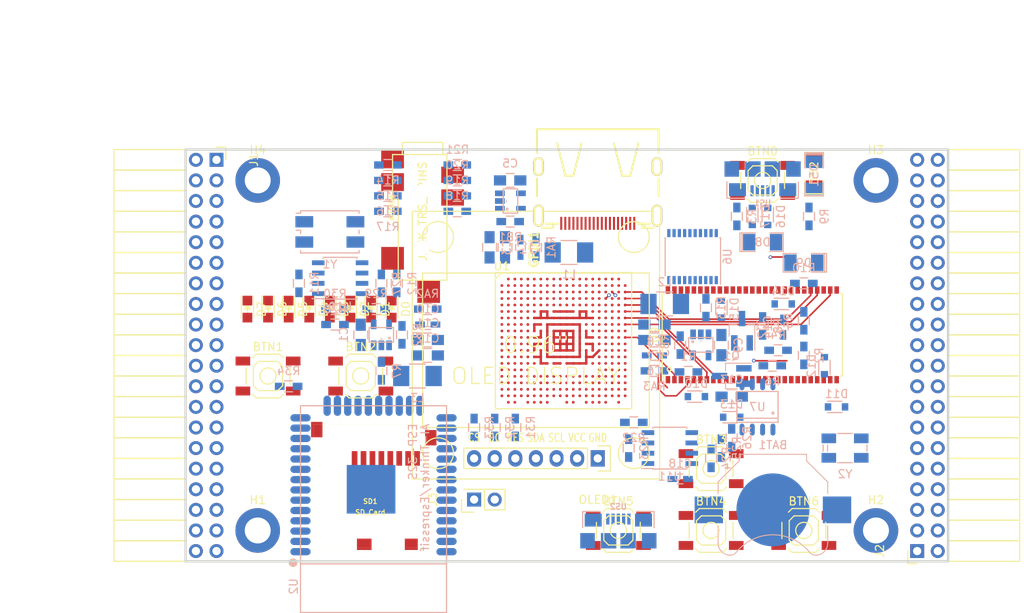
<source format=kicad_pcb>
(kicad_pcb (version 4) (host pcbnew 4.0.5+dfsg1-4)
  (layers (0 F.Cu signal) (1 In1.Cu signal) (2 In2.Cu signal) (31 B.Cu signal) (34 B.Paste user) (35 F.Paste user) (36 B.SilkS user) (37 F.SilkS user) (38 B.Mask user) (39 F.Mask user) (44 Edge.Cuts user))
  (net 0 "")
  (net 1 GND)
  (net 2 +5V)
  (net 3 /gpio/IN5V)
  (net 4 /gpio/OUT5V)
  (net 5 +3V3)
  (net 6 "Net-(L1-Pad1)")
  (net 7 "Net-(L2-Pad1)")
  (net 8 +1V2)
  (net 9 BTN_D)
  (net 10 BTN_F1)
  (net 11 BTN_F2)
  (net 12 BTN_L)
  (net 13 BTN_R)
  (net 14 BTN_U)
  (net 15 /power/FB1)
  (net 16 +2V5)
  (net 17 "Net-(L3-Pad1)")
  (net 18 /power/PWREN)
  (net 19 /power/FB3)
  (net 20 /power/FB2)
  (net 21 "Net-(D9-Pad1)")
  (net 22 /power/VBAT)
  (net 23 SD_3)
  (net 24 JTAG_TDI)
  (net 25 JTAG_TCK)
  (net 26 JTAG_TMS)
  (net 27 JTAG_TDO)
  (net 28 /power/WAKEUPn)
  (net 29 /power/WKUP)
  (net 30 /power/SHUT)
  (net 31 /power/WAKE)
  (net 32 /power/HOLD)
  (net 33 /power/WKn)
  (net 34 /power/OSCI_32k)
  (net 35 /power/OSCO_32k)
  (net 36 FTDI_nSUSPEND)
  (net 37 USB_FTDI_DM)
  (net 38 USB_FTDI_DP)
  (net 39 "Net-(Q2-Pad3)")
  (net 40 SHUTDOWN)
  (net 41 /analog/AUDIO_L)
  (net 42 /analog/AUDIO_R)
  (net 43 GPDI_5V_SCL)
  (net 44 GPDI_5V_SDA)
  (net 45 GPDI_SDA)
  (net 46 GPDI_SCL)
  (net 47 /gpdi/VREF2)
  (net 48 /blinkey/BTNPU)
  (net 49 SD_CMD)
  (net 50 SD_CLK)
  (net 51 SD_D0)
  (net 52 SD_D1)
  (net 53 USB5V)
  (net 54 /gpio/B11)
  (net 55 /gpio/C11)
  (net 56 /gpio/A10)
  (net 57 /gpio/A11)
  (net 58 /gpio/B10)
  (net 59 /gpio/A9)
  (net 60 /gpio/C10)
  (net 61 /gpio/B9)
  (net 62 /gpio/E9)
  (net 63 /gpio/D9)
  (net 64 /gpio/A8)
  (net 65 /gpio/A7)
  (net 66 /gpio/B8)
  (net 67 /gpio/C8)
  (net 68 /gpio/D8)
  (net 69 /gpio/E8)
  (net 70 /gpio/C7)
  (net 71 /gpio/C6)
  (net 72 /gpio/D7)
  (net 73 /gpio/E7)
  (net 74 /gpio/D6)
  (net 75 /gpio/E6)
  (net 76 /gpio/B6)
  (net 77 /gpio/A6)
  (net 78 /gpio/A19)
  (net 79 /gpio/B20)
  (net 80 /gpio/A18)
  (net 81 /gpio/B19)
  (net 82 /gpio/A17)
  (net 83 /gpio/B18)
  (net 84 /gpio/B17)
  (net 85 /gpio/C17)
  (net 86 /gpio/C16)
  (net 87 /gpio/D16)
  (net 88 /gpio/A16)
  (net 89 /gpio/B16)
  (net 90 /gpio/D15)
  (net 91 /gpio/E15)
  (net 92 /gpio/B15)
  (net 93 /gpio/C15)
  (net 94 /gpio/D14)
  (net 95 /gpio/E14)
  (net 96 /gpio/A14)
  (net 97 /gpio/C14)
  (net 98 /gpio/D13)
  (net 99 /gpio/E13)
  (net 100 /gpio/B13)
  (net 101 /gpio/C13)
  (net 102 /gpio/A12)
  (net 103 /gpio/A13)
  (net 104 /gpio/D12)
  (net 105 /gpio/E12)
  (net 106 /gpio/B12)
  (net 107 /gpio/C12)
  (net 108 /gpio/D11)
  (net 109 /gpio/E11)
  (net 110 "Net-(BTN0-Pad1)")
  (net 111 LED0)
  (net 112 LED1)
  (net 113 LED2)
  (net 114 LED3)
  (net 115 LED4)
  (net 116 LED5)
  (net 117 LED6)
  (net 118 LED7)
  (net 119 BTN_PWRn)
  (net 120 GPDI_ETH_N)
  (net 121 GPDI_ETH_P)
  (net 122 GPDI_D2_P)
  (net 123 GPDI_D2_N)
  (net 124 GPDI_D1_P)
  (net 125 GPDI_D1_N)
  (net 126 GPDI_D0_P)
  (net 127 GPDI_D0_N)
  (net 128 GPDI_CLK_P)
  (net 129 GPDI_CLK_N)
  (net 130 GPDI_CEC)
  (net 131 nRESET)
  (net 132 /usb/FT3V3)
  (net 133 FTDI_nDTR)
  (net 134 SDRAM_CKE)
  (net 135 SDRAM_A7)
  (net 136 SDRAM_D15)
  (net 137 SDRAM_BA1)
  (net 138 SDRAM_D7)
  (net 139 SDRAM_A6)
  (net 140 SDRAM_CLK)
  (net 141 SDRAM_D13)
  (net 142 SDRAM_BA0)
  (net 143 SDRAM_D6)
  (net 144 SDRAM_A5)
  (net 145 SDRAM_D14)
  (net 146 SDRAM_A11)
  (net 147 SDRAM_D12)
  (net 148 SDRAM_D5)
  (net 149 SDRAM_A4)
  (net 150 SDRAM_A10)
  (net 151 SDRAM_D11)
  (net 152 SDRAM_A3)
  (net 153 SDRAM_D4)
  (net 154 SDRAM_D10)
  (net 155 SDRAM_D9)
  (net 156 SDRAM_A9)
  (net 157 SDRAM_D3)
  (net 158 SDRAM_D8)
  (net 159 SDRAM_A8)
  (net 160 SDRAM_A2)
  (net 161 SDRAM_A1)
  (net 162 SDRAM_A0)
  (net 163 SDRAM_D2)
  (net 164 SDRAM_D1)
  (net 165 SDRAM_D0)
  (net 166 SDRAM_DQM0)
  (net 167 SDRAM_nCS)
  (net 168 SDRAM_nRAS)
  (net 169 SDRAM_DQM1)
  (net 170 SDRAM_nCAS)
  (net 171 SDRAM_nWE)
  (net 172 /flash/FLASH_nWP)
  (net 173 /flash/FLASH_nHOLD)
  (net 174 /flash/FLASH_MOSI)
  (net 175 /flash/FLASH_MISO)
  (net 176 /flash/FLASH_SCK)
  (net 177 /flash/FLASH_nCS)
  (net 178 /flash/FPGA_PROGRAMN)
  (net 179 /flash/FPGA_DONE)
  (net 180 /flash/FPGA_INITN)
  (net 181 OLED_MOSI)
  (net 182 OLED_RES)
  (net 183 OLED_DC)
  (net 184 OLED_CS)
  (net 185 AUDIO_L3)
  (net 186 AUDIO_L2)
  (net 187 AUDIO_L1)
  (net 188 AUDIO_L0)
  (net 189 AUDIO_R3)
  (net 190 AUDIO_R2)
  (net 191 AUDIO_R1)
  (net 192 AUDIO_R0)
  (net 193 WIFI_EN)
  (net 194 FTDI_nRTS)
  (net 195 WIFI_GPIO2)
  (net 196 FTDI_TXD)
  (net 197 FTDI_RXD)
  (net 198 WIFI_RXD)
  (net 199 WIFI_GPIO0)
  (net 200 FTDI_nCTS)
  (net 201 WIFI_TXD)
  (net 202 FTDI_nRI)
  (net 203 FTDI_nDCD)
  (net 204 WIFI_GPIO15)
  (net 205 /gpdi/CLK_25MHz)
  (module Keystone_3000_1x12mm-CoinCell:Keystone_3000_1x12mm-CoinCell (layer B.Cu) (at 166.49 105.87 180)
    (fp_text reference BAT1 (at 0 8 180) (layer B.SilkS) (effects (justify mirror)))
    (fp_text value CR1225)
    (pad 1 smd rect (at -7.9 0 180) (size 3.5 3.3) (layers B.Cu B.Paste B.Mask) (net 22 /power/VBAT))
    (pad 1 smd rect (at 7.9 0 180) (size 3.5 3.3) (layers B.Cu B.Paste B.Mask) (net 22 /power/VBAT))
    (pad 2 smd circle (at 0 0 180) (size 9 9) (layers B.Cu B.Mask) (net 1 GND))
  )
  (module SMD_Packages:SMD-1206_Pol (layer F.Cu) (at 171.57 64.341 90)
    (fp_text reference D52 (at 0 0 90) (layer F.SilkS))
    (fp_text value 2A)
    (pad 1 smd rect (at -1.651 0 90) (size 1.524 2.032) (layers F.Cu F.Paste F.Mask) (net 4 /gpio/OUT5V))
    (pad 2 smd rect (at 1.651 0 90) (size 1.524 2.032) (layers F.Cu F.Paste F.Mask) (net 2 +5V))
  )
  (module SMD_Packages:SMD-1206_Pol (layer B.Cu) (at 171.57 64.595 270)
    (fp_text reference D51 (at 0 0 270) (layer B.SilkS) (effects (justify mirror)))
    (fp_text value 2A)
    (pad 1 smd rect (at -1.651 0 270) (size 1.524 2.032) (layers B.Cu B.Paste B.Mask) (net 2 +5V))
    (pad 2 smd rect (at 1.651 0 270) (size 1.524 2.032) (layers B.Cu B.Paste B.Mask) (net 3 /gpio/IN5V))
  )
  (module micro-sd:MicroSD_TF02D (layer F.Cu) (at 116.87 110.52 180)
    (fp_text reference SD1 (at 0 5.7 180) (layer F.SilkS) (effects (font (size 0.59944 0.59944) (thickness 0.12446))))
    (fp_text value SD_Card (at 0 4.35 180) (layer F.SilkS) (effects (font (size 0.59944 0.59944) (thickness 0.12446))))
    (pad 1 smd rect (at 1.94 11 180) (size 0.7 1.8) (layers F.Cu F.Paste F.Mask) (net 23 SD_3))
    (pad 2 smd rect (at 0.84 11 180) (size 0.7 1.8) (layers F.Cu F.Paste F.Mask) (net 49 SD_CMD))
    (pad 3 smd rect (at -0.26 11 180) (size 0.7 1.8) (layers F.Cu F.Paste F.Mask) (net 1 GND))
    (pad 4 smd rect (at -1.36 11 180) (size 0.7 1.8) (layers F.Cu F.Paste F.Mask) (net 5 +3V3))
    (pad 5 smd rect (at -2.46 11 180) (size 0.7 1.8) (layers F.Cu F.Paste F.Mask) (net 50 SD_CLK))
    (pad 6 smd rect (at -3.56 11 180) (size 0.7 1.8) (layers F.Cu F.Paste F.Mask) (net 1 GND))
    (pad 7 smd rect (at -4.66 11 180) (size 0.7 1.8) (layers F.Cu F.Paste F.Mask) (net 51 SD_D0))
    (pad 8 smd rect (at -5.76 11 180) (size 0.7 1.8) (layers F.Cu F.Paste F.Mask) (net 52 SD_D1))
    (pad S smd rect (at -5.05 0.4 180) (size 1.6 1.4) (layers F.Cu F.Paste F.Mask))
    (pad S smd rect (at 0.75 0.4 180) (size 1.8 1.4) (layers F.Cu F.Paste F.Mask))
    (pad G smd rect (at -7.45 13.55 180) (size 1.4 1.9) (layers F.Cu F.Paste F.Mask))
    (pad G smd rect (at 6.6 14.55 180) (size 1.4 1.9) (layers F.Cu F.Paste F.Mask))
  )
  (module Resistors_SMD:R_1210_HandSoldering (layer B.Cu) (at 141.344 74.12)
    (fp_text reference L1 (at 0 2.7) (layer B.SilkS) (effects (justify mirror)))
    (fp_text value 2.2uH)
    (pad 1 smd rect (at -2 0) (size 2 2.5) (layers B.Cu B.Paste B.Mask) (net 6 "Net-(L1-Pad1)"))
    (pad 2 smd rect (at 2 0) (size 2 2.5) (layers B.Cu B.Paste B.Mask) (net 8 +1V2))
  )
  (module TSOT-25:TSOT-25 (layer B.Cu) (at 134.135 67.77 90)
    (fp_text reference U3 (at 0 -0.5 90) (layer B.SilkS) (effects (font (size 0.15 0.15) (thickness 0.0375)) (justify mirror)))
    (fp_text value AP3429A)
    (pad 1 smd rect (at -0.95 -1.3 90) (size 0.7 1.2) (layers B.Cu B.Paste B.Mask) (net 18 /power/PWREN))
    (pad 2 smd rect (at 0 -1.3 90) (size 0.7 1.2) (layers B.Cu B.Paste B.Mask) (net 1 GND))
    (pad 3 smd rect (at 0.95 -1.3 90) (size 0.7 1.2) (layers B.Cu B.Paste B.Mask) (net 6 "Net-(L1-Pad1)"))
    (pad 4 smd rect (at 0.95 1.3 90) (size 0.7 1.2) (layers B.Cu B.Paste B.Mask) (net 2 +5V))
    (pad 5 smd rect (at -0.95 1.3 90) (size 0.7 1.2) (layers B.Cu B.Paste B.Mask) (net 15 /power/FB1))
  )
  (module Resistors_SMD:R_1210_HandSoldering (layer B.Cu) (at 153.155 80.47 180)
    (fp_text reference L2 (at 0 2.7 180) (layer B.SilkS) (effects (justify mirror)))
    (fp_text value 2.2uH)
    (pad 1 smd rect (at -2 0 180) (size 2 2.5) (layers B.Cu B.Paste B.Mask) (net 7 "Net-(L2-Pad1)"))
    (pad 2 smd rect (at 2 0 180) (size 2 2.5) (layers B.Cu B.Paste B.Mask) (net 5 +3V3))
  )
  (module TSOT-25:TSOT-25 (layer B.Cu) (at 157.6 85.52)
    (fp_text reference U4 (at 0 -0.5) (layer B.SilkS) (effects (font (size 0.15 0.15) (thickness 0.0375)) (justify mirror)))
    (fp_text value AP3429A)
    (pad 1 smd rect (at -0.95 -1.3) (size 0.7 1.2) (layers B.Cu B.Paste B.Mask) (net 18 /power/PWREN))
    (pad 2 smd rect (at 0 -1.3) (size 0.7 1.2) (layers B.Cu B.Paste B.Mask) (net 1 GND))
    (pad 3 smd rect (at 0.95 -1.3) (size 0.7 1.2) (layers B.Cu B.Paste B.Mask) (net 7 "Net-(L2-Pad1)"))
    (pad 4 smd rect (at 0.95 1.3) (size 0.7 1.2) (layers B.Cu B.Paste B.Mask) (net 2 +5V))
    (pad 5 smd rect (at -0.95 1.3) (size 0.7 1.2) (layers B.Cu B.Paste B.Mask) (net 19 /power/FB3))
  )
  (module Buttons_Switches_SMD:SW_SPST_SKQG (layer F.Cu) (at 104.26 89.36)
    (fp_text reference BTN1 (at 0 -3.6) (layer F.SilkS))
    (fp_text value FIRE1)
    (pad 1 smd rect (at -3.1 -1.85) (size 1.8 1.1) (layers F.Cu F.Paste F.Mask) (net 48 /blinkey/BTNPU))
    (pad 1 smd rect (at 3.1 -1.85) (size 1.8 1.1) (layers F.Cu F.Paste F.Mask) (net 48 /blinkey/BTNPU))
    (pad 2 smd rect (at -3.1 1.85) (size 1.8 1.1) (layers F.Cu F.Paste F.Mask) (net 10 BTN_F1))
    (pad 2 smd rect (at 3.1 1.85) (size 1.8 1.1) (layers F.Cu F.Paste F.Mask) (net 10 BTN_F1))
  )
  (module Buttons_Switches_SMD:SW_SPST_SKQG (layer F.Cu) (at 115.69 89.36)
    (fp_text reference BTN2 (at 0 -3.6) (layer F.SilkS))
    (fp_text value FIRE2)
    (pad 1 smd rect (at -3.1 -1.85) (size 1.8 1.1) (layers F.Cu F.Paste F.Mask) (net 48 /blinkey/BTNPU))
    (pad 1 smd rect (at 3.1 -1.85) (size 1.8 1.1) (layers F.Cu F.Paste F.Mask) (net 48 /blinkey/BTNPU))
    (pad 2 smd rect (at -3.1 1.85) (size 1.8 1.1) (layers F.Cu F.Paste F.Mask) (net 11 BTN_F2))
    (pad 2 smd rect (at 3.1 1.85) (size 1.8 1.1) (layers F.Cu F.Paste F.Mask) (net 11 BTN_F2))
  )
  (module Buttons_Switches_SMD:SW_SPST_SKQG (layer F.Cu) (at 158.87 100.79)
    (fp_text reference BTN3 (at 0 -3.6) (layer F.SilkS))
    (fp_text value UP)
    (pad 1 smd rect (at -3.1 -1.85) (size 1.8 1.1) (layers F.Cu F.Paste F.Mask) (net 48 /blinkey/BTNPU))
    (pad 1 smd rect (at 3.1 -1.85) (size 1.8 1.1) (layers F.Cu F.Paste F.Mask) (net 48 /blinkey/BTNPU))
    (pad 2 smd rect (at -3.1 1.85) (size 1.8 1.1) (layers F.Cu F.Paste F.Mask) (net 14 BTN_U))
    (pad 2 smd rect (at 3.1 1.85) (size 1.8 1.1) (layers F.Cu F.Paste F.Mask) (net 14 BTN_U))
  )
  (module Buttons_Switches_SMD:SW_SPST_SKQG (layer F.Cu) (at 158.87 108.41)
    (fp_text reference BTN4 (at 0 -3.6) (layer F.SilkS))
    (fp_text value DOWN)
    (pad 1 smd rect (at -3.1 -1.85) (size 1.8 1.1) (layers F.Cu F.Paste F.Mask) (net 48 /blinkey/BTNPU))
    (pad 1 smd rect (at 3.1 -1.85) (size 1.8 1.1) (layers F.Cu F.Paste F.Mask) (net 48 /blinkey/BTNPU))
    (pad 2 smd rect (at -3.1 1.85) (size 1.8 1.1) (layers F.Cu F.Paste F.Mask) (net 9 BTN_D))
    (pad 2 smd rect (at 3.1 1.85) (size 1.8 1.1) (layers F.Cu F.Paste F.Mask) (net 9 BTN_D))
  )
  (module Buttons_Switches_SMD:SW_SPST_SKQG (layer F.Cu) (at 147.44 108.41)
    (fp_text reference BTN5 (at 0 -3.6) (layer F.SilkS))
    (fp_text value LEFT)
    (pad 1 smd rect (at -3.1 -1.85) (size 1.8 1.1) (layers F.Cu F.Paste F.Mask) (net 48 /blinkey/BTNPU))
    (pad 1 smd rect (at 3.1 -1.85) (size 1.8 1.1) (layers F.Cu F.Paste F.Mask) (net 48 /blinkey/BTNPU))
    (pad 2 smd rect (at -3.1 1.85) (size 1.8 1.1) (layers F.Cu F.Paste F.Mask) (net 12 BTN_L))
    (pad 2 smd rect (at 3.1 1.85) (size 1.8 1.1) (layers F.Cu F.Paste F.Mask) (net 12 BTN_L))
  )
  (module Buttons_Switches_SMD:SW_SPST_SKQG (layer F.Cu) (at 170.3 108.41)
    (fp_text reference BTN6 (at 0 -3.6) (layer F.SilkS))
    (fp_text value RIGHT)
    (pad 1 smd rect (at -3.1 -1.85) (size 1.8 1.1) (layers F.Cu F.Paste F.Mask) (net 48 /blinkey/BTNPU))
    (pad 1 smd rect (at 3.1 -1.85) (size 1.8 1.1) (layers F.Cu F.Paste F.Mask) (net 48 /blinkey/BTNPU))
    (pad 2 smd rect (at -3.1 1.85) (size 1.8 1.1) (layers F.Cu F.Paste F.Mask) (net 13 BTN_R))
    (pad 2 smd rect (at 3.1 1.85) (size 1.8 1.1) (layers F.Cu F.Paste F.Mask) (net 13 BTN_R))
  )
  (module LEDs:LED_0805 (layer F.Cu) (at 119.5 81.105 270)
    (fp_text reference D0 (at 0 -1.75 270) (layer F.SilkS))
    (fp_text value LED)
    (pad 2 smd rect (at 1.04902 0 90) (size 1.19888 1.19888) (layers F.Cu F.Paste F.Mask) (net 111 LED0))
    (pad 1 smd rect (at -1.04902 0 90) (size 1.19888 1.19888) (layers F.Cu F.Paste F.Mask) (net 1 GND))
  )
  (module LEDs:LED_0805 (layer F.Cu) (at 116.96 81.105 270)
    (fp_text reference D1 (at 0 -1.75 270) (layer F.SilkS))
    (fp_text value LED)
    (pad 2 smd rect (at 1.04902 0 90) (size 1.19888 1.19888) (layers F.Cu F.Paste F.Mask) (net 112 LED1))
    (pad 1 smd rect (at -1.04902 0 90) (size 1.19888 1.19888) (layers F.Cu F.Paste F.Mask) (net 1 GND))
  )
  (module LEDs:LED_0805 (layer F.Cu) (at 114.42 81.105 270)
    (fp_text reference D2 (at 0 -1.75 270) (layer F.SilkS))
    (fp_text value LED)
    (pad 2 smd rect (at 1.04902 0 90) (size 1.19888 1.19888) (layers F.Cu F.Paste F.Mask) (net 113 LED2))
    (pad 1 smd rect (at -1.04902 0 90) (size 1.19888 1.19888) (layers F.Cu F.Paste F.Mask) (net 1 GND))
  )
  (module LEDs:LED_0805 (layer F.Cu) (at 111.88 81.105 270)
    (fp_text reference D3 (at 0 -1.75 270) (layer F.SilkS))
    (fp_text value LED)
    (pad 2 smd rect (at 1.04902 0 90) (size 1.19888 1.19888) (layers F.Cu F.Paste F.Mask) (net 114 LED3))
    (pad 1 smd rect (at -1.04902 0 90) (size 1.19888 1.19888) (layers F.Cu F.Paste F.Mask) (net 1 GND))
  )
  (module LEDs:LED_0805 (layer F.Cu) (at 109.34 81.105 270)
    (fp_text reference D4 (at 0 -1.75 270) (layer F.SilkS))
    (fp_text value LED)
    (pad 2 smd rect (at 1.04902 0 90) (size 1.19888 1.19888) (layers F.Cu F.Paste F.Mask) (net 115 LED4))
    (pad 1 smd rect (at -1.04902 0 90) (size 1.19888 1.19888) (layers F.Cu F.Paste F.Mask) (net 1 GND))
  )
  (module LEDs:LED_0805 (layer F.Cu) (at 106.8 81.105 270)
    (fp_text reference D5 (at 0 -1.75 270) (layer F.SilkS))
    (fp_text value LED)
    (pad 2 smd rect (at 1.04902 0 90) (size 1.19888 1.19888) (layers F.Cu F.Paste F.Mask) (net 116 LED5))
    (pad 1 smd rect (at -1.04902 0 90) (size 1.19888 1.19888) (layers F.Cu F.Paste F.Mask) (net 1 GND))
  )
  (module LEDs:LED_0805 (layer F.Cu) (at 104.26 81.105 270)
    (fp_text reference D6 (at 0 -1.75 270) (layer F.SilkS))
    (fp_text value LED)
    (pad 2 smd rect (at 1.04902 0 90) (size 1.19888 1.19888) (layers F.Cu F.Paste F.Mask) (net 117 LED6))
    (pad 1 smd rect (at -1.04902 0 90) (size 1.19888 1.19888) (layers F.Cu F.Paste F.Mask) (net 1 GND))
  )
  (module LEDs:LED_0805 (layer F.Cu) (at 101.72 81.105 270)
    (fp_text reference D7 (at 0 -1.75 270) (layer F.SilkS))
    (fp_text value LED)
    (pad 2 smd rect (at 1.04902 0 90) (size 1.19888 1.19888) (layers F.Cu F.Paste F.Mask) (net 118 LED7))
    (pad 1 smd rect (at -1.04902 0 90) (size 1.19888 1.19888) (layers F.Cu F.Paste F.Mask) (net 1 GND))
  )
  (module Resistors_SMD:R_1210_HandSoldering (layer B.Cu) (at 122.675 89.36)
    (fp_text reference L3 (at 0 2.7) (layer B.SilkS) (effects (justify mirror)))
    (fp_text value 2.2uH)
    (pad 1 smd rect (at -2 0) (size 2 2.5) (layers B.Cu B.Paste B.Mask) (net 17 "Net-(L3-Pad1)"))
    (pad 2 smd rect (at 2 0) (size 2 2.5) (layers B.Cu B.Paste B.Mask) (net 16 +2V5))
  )
  (module TSOT-25:TSOT-25 (layer B.Cu) (at 118.23 84.28 180)
    (fp_text reference U5 (at 0 -0.5 180) (layer B.SilkS) (effects (font (size 0.15 0.15) (thickness 0.0375)) (justify mirror)))
    (fp_text value AP3429A)
    (pad 1 smd rect (at -0.95 -1.3 180) (size 0.7 1.2) (layers B.Cu B.Paste B.Mask) (net 18 /power/PWREN))
    (pad 2 smd rect (at 0 -1.3 180) (size 0.7 1.2) (layers B.Cu B.Paste B.Mask) (net 1 GND))
    (pad 3 smd rect (at 0.95 -1.3 180) (size 0.7 1.2) (layers B.Cu B.Paste B.Mask) (net 17 "Net-(L3-Pad1)"))
    (pad 4 smd rect (at 0.95 1.3 180) (size 0.7 1.2) (layers B.Cu B.Paste B.Mask) (net 2 +5V))
    (pad 5 smd rect (at -0.95 1.3 180) (size 0.7 1.2) (layers B.Cu B.Paste B.Mask) (net 20 /power/FB2))
  )
  (module Capacitors_SMD:C_0805_HandSoldering (layer B.Cu) (at 115.69 84.28 270)
    (fp_text reference C1 (at 0 2.1 270) (layer B.SilkS) (effects (justify mirror)))
    (fp_text value 22uF)
    (pad 1 smd rect (at -1.25 0 270) (size 1.5 1.25) (layers B.Cu B.Paste B.Mask) (net 2 +5V))
    (pad 2 smd rect (at 1.25 0 270) (size 1.5 1.25) (layers B.Cu B.Paste B.Mask) (net 1 GND))
  )
  (module Capacitors_SMD:C_0805_HandSoldering (layer B.Cu) (at 131.565 73.485 90)
    (fp_text reference C3 (at 0 2.1 90) (layer B.SilkS) (effects (justify mirror)))
    (fp_text value 22uF)
    (pad 1 smd rect (at -1.25 0 90) (size 1.5 1.25) (layers B.Cu B.Paste B.Mask) (net 8 +1V2))
    (pad 2 smd rect (at 1.25 0 90) (size 1.5 1.25) (layers B.Cu B.Paste B.Mask) (net 1 GND))
  )
  (module Capacitors_SMD:C_0805_HandSoldering (layer B.Cu) (at 133.47 73.485 90)
    (fp_text reference C4 (at 0 2.1 90) (layer B.SilkS) (effects (justify mirror)))
    (fp_text value 22uF)
    (pad 1 smd rect (at -1.25 0 90) (size 1.5 1.25) (layers B.Cu B.Paste B.Mask) (net 8 +1V2))
    (pad 2 smd rect (at 1.25 0 90) (size 1.5 1.25) (layers B.Cu B.Paste B.Mask) (net 1 GND))
  )
  (module Capacitors_SMD:C_0805_HandSoldering (layer B.Cu) (at 134.105 65.23 180)
    (fp_text reference C5 (at 0 2.1 180) (layer B.SilkS) (effects (justify mirror)))
    (fp_text value 22uF)
    (pad 1 smd rect (at -1.25 0 180) (size 1.5 1.25) (layers B.Cu B.Paste B.Mask) (net 2 +5V))
    (pad 2 smd rect (at 1.25 0 180) (size 1.5 1.25) (layers B.Cu B.Paste B.Mask) (net 1 GND))
  )
  (module Capacitors_SMD:C_0805_HandSoldering (layer B.Cu) (at 151.885 84.915)
    (fp_text reference C7 (at 0 2.1) (layer B.SilkS) (effects (justify mirror)))
    (fp_text value 22uF)
    (pad 1 smd rect (at -1.25 0) (size 1.5 1.25) (layers B.Cu B.Paste B.Mask) (net 5 +3V3))
    (pad 2 smd rect (at 1.25 0) (size 1.5 1.25) (layers B.Cu B.Paste B.Mask) (net 1 GND))
  )
  (module Capacitors_SMD:C_0805_HandSoldering (layer B.Cu) (at 151.885 83.01)
    (fp_text reference C8 (at 0 2.1) (layer B.SilkS) (effects (justify mirror)))
    (fp_text value 22uF)
    (pad 1 smd rect (at -1.25 0) (size 1.5 1.25) (layers B.Cu B.Paste B.Mask) (net 5 +3V3))
    (pad 2 smd rect (at 1.25 0) (size 1.5 1.25) (layers B.Cu B.Paste B.Mask) (net 1 GND))
  )
  (module Capacitors_SMD:C_0805_HandSoldering (layer B.Cu) (at 160.14 85.55 90)
    (fp_text reference C9 (at 0 2.1 90) (layer B.SilkS) (effects (justify mirror)))
    (fp_text value 22uF)
    (pad 1 smd rect (at -1.25 0 90) (size 1.5 1.25) (layers B.Cu B.Paste B.Mask) (net 2 +5V))
    (pad 2 smd rect (at 1.25 0 90) (size 1.5 1.25) (layers B.Cu B.Paste B.Mask) (net 1 GND))
  )
  (module Capacitors_SMD:C_0805_HandSoldering (layer B.Cu) (at 123.945 84.915 180)
    (fp_text reference C11 (at 0 2.1 180) (layer B.SilkS) (effects (justify mirror)))
    (fp_text value 22uF)
    (pad 1 smd rect (at -1.25 0 180) (size 1.5 1.25) (layers B.Cu B.Paste B.Mask) (net 16 +2V5))
    (pad 2 smd rect (at 1.25 0 180) (size 1.5 1.25) (layers B.Cu B.Paste B.Mask) (net 1 GND))
  )
  (module Capacitors_SMD:C_0805_HandSoldering (layer B.Cu) (at 123.945 86.82 180)
    (fp_text reference C12 (at 0 2.1 180) (layer B.SilkS) (effects (justify mirror)))
    (fp_text value 22uF)
    (pad 1 smd rect (at -1.25 0 180) (size 1.5 1.25) (layers B.Cu B.Paste B.Mask) (net 16 +2V5))
    (pad 2 smd rect (at 1.25 0 180) (size 1.5 1.25) (layers B.Cu B.Paste B.Mask) (net 1 GND))
  )
  (module SMD_Packages:SMD-1206_Pol (layer B.Cu) (at 165.22 72.85)
    (fp_text reference D8 (at 0 0) (layer B.SilkS) (effects (justify mirror)))
    (fp_text value 2A)
    (pad 1 smd rect (at -1.651 0) (size 1.524 2.032) (layers B.Cu B.Paste B.Mask) (net 2 +5V))
    (pad 2 smd rect (at 1.651 0) (size 1.524 2.032) (layers B.Cu B.Paste B.Mask) (net 53 USB5V))
  )
  (module SMD_Packages:SMD-1206_Pol (layer B.Cu) (at 170.3 75.39 180)
    (fp_text reference D9 (at 0 0 180) (layer B.SilkS) (effects (justify mirror)))
    (fp_text value 2A)
    (pad 1 smd rect (at -1.651 0 180) (size 1.524 2.032) (layers B.Cu B.Paste B.Mask) (net 21 "Net-(D9-Pad1)"))
    (pad 2 smd rect (at 1.651 0 180) (size 1.524 2.032) (layers B.Cu B.Paste B.Mask) (net 2 +5V))
  )
  (module Power_Integrations:SO-8 (layer B.Cu) (at 164.585 93.17 180)
    (fp_text reference U7 (at 0 0 180) (layer B.SilkS) (effects (justify mirror)))
    (fp_text value PCF8523)
    (pad 1 smd oval (at -1.905 -2.794 180) (size 0.6096 1.4732) (layers B.Cu B.Paste B.Mask) (net 34 /power/OSCI_32k))
    (pad 2 smd oval (at -0.635 -2.794 180) (size 0.6096 1.4732) (layers B.Cu B.Paste B.Mask) (net 35 /power/OSCO_32k))
    (pad 3 smd oval (at 0.635 -2.794 180) (size 0.6096 1.4732) (layers B.Cu B.Paste B.Mask) (net 22 /power/VBAT))
    (pad 4 smd oval (at 1.905 -2.794 180) (size 0.6096 1.4732) (layers B.Cu B.Paste B.Mask) (net 1 GND))
    (pad 5 smd oval (at 1.905 2.794 180) (size 0.6096 1.4732) (layers B.Cu B.Paste B.Mask))
    (pad 6 smd oval (at 0.635 2.794 180) (size 0.6096 1.4732) (layers B.Cu B.Paste B.Mask))
    (pad 7 smd oval (at -0.635 2.794 180) (size 0.6096 1.4732) (layers B.Cu B.Paste B.Mask) (net 28 /power/WAKEUPn))
    (pad 8 smd oval (at -1.905 2.794 180) (size 0.6096 1.4732) (layers B.Cu B.Paste B.Mask) (net 16 +2V5))
  )
  (module Capacitors_SMD:C_0805_HandSoldering (layer B.Cu) (at 161.41 91.9 180)
    (fp_text reference C13 (at 0 2.1 180) (layer B.SilkS) (effects (justify mirror)))
    (fp_text value 2.2uF)
    (pad 1 smd rect (at -1.25 0 180) (size 1.5 1.25) (layers B.Cu B.Paste B.Mask) (net 2 +5V))
    (pad 2 smd rect (at 1.25 0 180) (size 1.5 1.25) (layers B.Cu B.Paste B.Mask) (net 29 /power/WKUP))
  )
  (module Diodes_SMD:D_0805 (layer B.Cu) (at 157.058 91.9)
    (fp_text reference D10 (at 0 -1.6) (layer B.SilkS) (effects (justify mirror)))
    (fp_text value 1N4148)
    (pad 1 smd rect (at -1.05 0) (size 0.8 0.9) (layers B.Cu B.Paste B.Mask) (net 31 /power/WAKE))
    (pad 2 smd rect (at 1.05 0) (size 0.8 0.9) (layers B.Cu B.Paste B.Mask) (net 29 /power/WKUP))
  )
  (module Diodes_SMD:D_0805 (layer B.Cu) (at 174.33 93.17)
    (fp_text reference D11 (at 0 -1.6) (layer B.SilkS) (effects (justify mirror)))
    (fp_text value 1N4148)
    (pad 1 smd rect (at -1.05 0) (size 0.8 0.9) (layers B.Cu B.Paste B.Mask) (net 32 /power/HOLD))
    (pad 2 smd rect (at 1.05 0) (size 0.8 0.9) (layers B.Cu B.Paste B.Mask) (net 5 +3V3))
  )
  (module Diodes_SMD:D_0805 (layer B.Cu) (at 160.14 81.105 270)
    (fp_text reference D15 (at 0 -1.6 270) (layer B.SilkS) (effects (justify mirror)))
    (fp_text value BAT42)
    (pad 1 smd rect (at -1.05 0 270) (size 0.8 0.9) (layers B.Cu B.Paste B.Mask) (net 30 /power/SHUT))
    (pad 2 smd rect (at 1.05 0 270) (size 0.8 0.9) (layers B.Cu B.Paste B.Mask) (net 40 SHUTDOWN))
  )
  (module Diodes_SMD:D_0805 (layer B.Cu) (at 172.84 88.09 90)
    (fp_text reference D12 (at 0 -1.6 90) (layer B.SilkS) (effects (justify mirror)))
    (fp_text value 1N4148)
    (pad 1 smd rect (at -1.05 0 90) (size 0.8 0.9) (layers B.Cu B.Paste B.Mask) (net 18 /power/PWREN))
    (pad 2 smd rect (at 1.05 0 90) (size 0.8 0.9) (layers B.Cu B.Paste B.Mask) (net 36 FTDI_nSUSPEND))
  )
  (module usb_otg:USB-MICRO-B-FCI-10118192-0001LF (layer B.Cu) (at 165.22 63.825)
    (fp_text reference US1 (at 0 4.2) (layer B.SilkS) (effects (font (size 0.7 0.7)) (justify mirror)))
    (fp_text value USB_FTDI hide)
    (pad 6 smd rect (at -3.1 2.55) (size 2.1 1.6) (layers B.Cu B.Paste B.Mask) (net 1 GND))
    (pad 6 smd rect (at 3.1 2.55) (size 2.1 1.6) (layers B.Cu B.Paste B.Mask) (net 1 GND))
    (pad "" smd rect (at -1.2 0) (size 1.9 1.9) (layers B.Cu B.Paste B.Mask))
    (pad "" smd rect (at 1.2 0) (size 1.9 1.9) (layers B.Cu B.Paste B.Mask))
    (pad 1 smd rect (at -1.3 2.675) (size 0.4 1.35) (layers B.Cu B.Paste B.Mask) (net 53 USB5V))
    (pad 2 smd rect (at -0.65 2.675) (size 0.4 1.35) (layers B.Cu B.Paste B.Mask) (net 37 USB_FTDI_DM))
    (pad 3 smd rect (at 0 2.675) (size 0.4 1.35) (layers B.Cu B.Paste B.Mask) (net 38 USB_FTDI_DP))
    (pad 4 smd rect (at 0.65 2.675) (size 0.4 1.35) (layers B.Cu B.Paste B.Mask))
    (pad 5 smd rect (at 1.3 2.675) (size 0.4 1.35) (layers B.Cu B.Paste B.Mask) (net 1 GND))
    (pad "" smd rect (at -3.8 0) (size 1.8 1.9) (layers B.Cu B.Paste B.Mask))
    (pad "" smd rect (at 3.8 0) (size 1.8 1.9) (layers B.Cu B.Paste B.Mask))
  )
  (module usb_otg:USB-MICRO-B-FCI-10118192-0001LF (layer B.Cu) (at 147.44 109.68 180)
    (fp_text reference US2 (at 0 4.2 180) (layer B.SilkS) (effects (font (size 0.7 0.7)) (justify mirror)))
    (fp_text value USB_FPGA hide)
    (pad 6 smd rect (at -3.1 2.55 180) (size 2.1 1.6) (layers B.Cu B.Paste B.Mask) (net 1 GND))
    (pad 6 smd rect (at 3.1 2.55 180) (size 2.1 1.6) (layers B.Cu B.Paste B.Mask) (net 1 GND))
    (pad "" smd rect (at -1.2 0 180) (size 1.9 1.9) (layers B.Cu B.Paste B.Mask))
    (pad "" smd rect (at 1.2 0 180) (size 1.9 1.9) (layers B.Cu B.Paste B.Mask))
    (pad 1 smd rect (at -1.3 2.675 180) (size 0.4 1.35) (layers B.Cu B.Paste B.Mask) (net 21 "Net-(D9-Pad1)"))
    (pad 2 smd rect (at -0.65 2.675 180) (size 0.4 1.35) (layers B.Cu B.Paste B.Mask))
    (pad 3 smd rect (at 0 2.675 180) (size 0.4 1.35) (layers B.Cu B.Paste B.Mask))
    (pad 4 smd rect (at 0.65 2.675 180) (size 0.4 1.35) (layers B.Cu B.Paste B.Mask))
    (pad 5 smd rect (at 1.3 2.675 180) (size 0.4 1.35) (layers B.Cu B.Paste B.Mask) (net 1 GND))
    (pad "" smd rect (at -3.8 0 180) (size 1.8 1.9) (layers B.Cu B.Paste B.Mask))
    (pad "" smd rect (at 3.8 0 180) (size 1.8 1.9) (layers B.Cu B.Paste B.Mask))
  )
  (module audio-jack:CUI_SJ-43516-SMT (layer F.Cu) (at 123.31 69.04 270)
    (fp_text reference AUDIO1 (at -0.5 3.8 270) (layer F.SilkS) (effects (font (size 0.6096 0.6096) (thickness 0.1524))))
    (fp_text value JACK_TRS_6PINS (at 0 0 270) (layer F.SilkS))
    (pad 1 smd rect (at -6.4 3.7 270) (size 2.2 2.8) (layers F.Cu F.Paste F.Mask) (net 41 /analog/AUDIO_L))
    (pad 4 smd rect (at -3.6 3.7 270) (size 2.2 2.8) (layers F.Cu F.Paste F.Mask))
    (pad 2 smd rect (at 5.8 3.7 270) (size 2.8 2.8) (layers F.Cu F.Paste F.Mask) (net 1 GND))
    (pad 5 smd rect (at 9.9 -0.75 270) (size 2.8 2.8) (layers F.Cu F.Paste F.Mask))
    (pad 3 smd rect (at -1.7 -3.7 270) (size 2 2.8) (layers F.Cu F.Paste F.Mask) (net 42 /analog/AUDIO_R))
    (pad 6 smd rect (at -4.5 -3.7 270) (size 2 2.8) (layers F.Cu F.Paste F.Mask))
    (pad "" np_thru_hole circle (at -2.5 0 270) (size 1.7 1.7) (drill 1.7) (layers *.Cu *.Mask F.SilkS) (clearance 0.4))
    (pad "" np_thru_hole circle (at 4.5 0 270) (size 1.7 1.7) (drill 1.7) (layers *.Cu *.Mask F.SilkS) (clearance 0.4))
  )
  (module TSOP54:TSOP54 (layer F.Cu) (at 163.95 84.28 90)
    (fp_text reference U9 (at 0 -12 90) (layer F.SilkS))
    (fp_text value MT48LC16M16A2TG)
    (pad 28 smd rect (at 5.53 10.4 90) (size 0.9 0.56) (layers F.Cu F.Paste F.Mask) (net 1 GND))
    (pad 1 smd rect (at -5.53 -10.4 90) (size 0.9 0.56) (layers F.Cu F.Paste F.Mask) (net 5 +3V3))
    (pad 2 smd rect (at -5.53 -9.6 90) (size 0.9 0.56) (layers F.Cu F.Paste F.Mask) (net 165 SDRAM_D0))
    (pad 3 smd rect (at -5.53 -8.8 90) (size 0.9 0.56) (layers F.Cu F.Paste F.Mask) (net 5 +3V3))
    (pad 4 smd rect (at -5.53 -8 90) (size 0.9 0.56) (layers F.Cu F.Paste F.Mask) (net 164 SDRAM_D1))
    (pad 5 smd rect (at -5.53 -7.2 90) (size 0.9 0.56) (layers F.Cu F.Paste F.Mask) (net 163 SDRAM_D2))
    (pad 6 smd rect (at -5.53 -6.4 90) (size 0.9 0.56) (layers F.Cu F.Paste F.Mask) (net 1 GND))
    (pad 7 smd rect (at -5.53 -5.6 90) (size 0.9 0.56) (layers F.Cu F.Paste F.Mask) (net 157 SDRAM_D3))
    (pad 8 smd rect (at -5.53 -4.8 90) (size 0.9 0.56) (layers F.Cu F.Paste F.Mask) (net 153 SDRAM_D4))
    (pad 9 smd rect (at -5.53 -4 90) (size 0.9 0.56) (layers F.Cu F.Paste F.Mask) (net 5 +3V3))
    (pad 10 smd rect (at -5.53 -3.2 90) (size 0.9 0.56) (layers F.Cu F.Paste F.Mask) (net 148 SDRAM_D5))
    (pad 11 smd rect (at -5.53 -2.4 90) (size 0.9 0.56) (layers F.Cu F.Paste F.Mask) (net 143 SDRAM_D6))
    (pad 12 smd rect (at -5.53 -1.6 90) (size 0.9 0.56) (layers F.Cu F.Paste F.Mask) (net 1 GND))
    (pad 13 smd rect (at -5.53 -0.8 90) (size 0.9 0.56) (layers F.Cu F.Paste F.Mask) (net 138 SDRAM_D7))
    (pad 14 smd rect (at -5.53 0 90) (size 0.9 0.56) (layers F.Cu F.Paste F.Mask) (net 5 +3V3))
    (pad 15 smd rect (at -5.53 0.8 90) (size 0.9 0.56) (layers F.Cu F.Paste F.Mask) (net 166 SDRAM_DQM0))
    (pad 16 smd rect (at -5.53 1.6 90) (size 0.9 0.56) (layers F.Cu F.Paste F.Mask) (net 171 SDRAM_nWE))
    (pad 17 smd rect (at -5.53 2.4 90) (size 0.9 0.56) (layers F.Cu F.Paste F.Mask) (net 170 SDRAM_nCAS))
    (pad 18 smd rect (at -5.53 3.2 90) (size 0.9 0.56) (layers F.Cu F.Paste F.Mask) (net 168 SDRAM_nRAS))
    (pad 19 smd rect (at -5.53 4 90) (size 0.9 0.56) (layers F.Cu F.Paste F.Mask) (net 167 SDRAM_nCS))
    (pad 20 smd rect (at -5.53 4.8 90) (size 0.9 0.56) (layers F.Cu F.Paste F.Mask) (net 142 SDRAM_BA0))
    (pad 21 smd rect (at -5.53 5.6 90) (size 0.9 0.56) (layers F.Cu F.Paste F.Mask) (net 137 SDRAM_BA1))
    (pad 22 smd rect (at -5.53 6.4 90) (size 0.9 0.56) (layers F.Cu F.Paste F.Mask) (net 150 SDRAM_A10))
    (pad 23 smd rect (at -5.53 7.2 90) (size 0.9 0.56) (layers F.Cu F.Paste F.Mask) (net 162 SDRAM_A0))
    (pad 24 smd rect (at -5.53 8 90) (size 0.9 0.56) (layers F.Cu F.Paste F.Mask) (net 161 SDRAM_A1))
    (pad 25 smd rect (at -5.53 8.8 90) (size 0.9 0.56) (layers F.Cu F.Paste F.Mask) (net 160 SDRAM_A2))
    (pad 26 smd rect (at -5.53 9.6 90) (size 0.9 0.56) (layers F.Cu F.Paste F.Mask) (net 152 SDRAM_A3))
    (pad 27 smd rect (at -5.53 10.4 90) (size 0.9 0.56) (layers F.Cu F.Paste F.Mask) (net 5 +3V3))
    (pad 29 smd rect (at 5.53 9.6 90) (size 0.9 0.56) (layers F.Cu F.Paste F.Mask) (net 149 SDRAM_A4))
    (pad 30 smd rect (at 5.53 8.8 90) (size 0.9 0.56) (layers F.Cu F.Paste F.Mask) (net 144 SDRAM_A5))
    (pad 31 smd rect (at 5.53 8 90) (size 0.9 0.56) (layers F.Cu F.Paste F.Mask) (net 139 SDRAM_A6))
    (pad 32 smd rect (at 5.53 7.2 90) (size 0.9 0.56) (layers F.Cu F.Paste F.Mask) (net 135 SDRAM_A7))
    (pad 33 smd rect (at 5.53 6.4 90) (size 0.9 0.56) (layers F.Cu F.Paste F.Mask) (net 159 SDRAM_A8))
    (pad 34 smd rect (at 5.53 5.6 90) (size 0.9 0.56) (layers F.Cu F.Paste F.Mask) (net 156 SDRAM_A9))
    (pad 35 smd rect (at 5.53 4.8 90) (size 0.9 0.56) (layers F.Cu F.Paste F.Mask) (net 146 SDRAM_A11))
    (pad 36 smd rect (at 5.53 4 90) (size 0.9 0.56) (layers F.Cu F.Paste F.Mask))
    (pad 37 smd rect (at 5.53 3.2 90) (size 0.9 0.56) (layers F.Cu F.Paste F.Mask) (net 134 SDRAM_CKE))
    (pad 38 smd rect (at 5.53 2.4 90) (size 0.9 0.56) (layers F.Cu F.Paste F.Mask) (net 140 SDRAM_CLK))
    (pad 39 smd rect (at 5.53 1.6 90) (size 0.9 0.56) (layers F.Cu F.Paste F.Mask) (net 169 SDRAM_DQM1))
    (pad 40 smd rect (at 5.53 0.8 90) (size 0.9 0.56) (layers F.Cu F.Paste F.Mask))
    (pad 41 smd rect (at 5.53 0 90) (size 0.9 0.56) (layers F.Cu F.Paste F.Mask) (net 1 GND))
    (pad 42 smd rect (at 5.53 -0.8 90) (size 0.9 0.56) (layers F.Cu F.Paste F.Mask) (net 158 SDRAM_D8))
    (pad 43 smd rect (at 5.53 -1.6 90) (size 0.9 0.56) (layers F.Cu F.Paste F.Mask) (net 5 +3V3))
    (pad 44 smd rect (at 5.53 -2.4 90) (size 0.9 0.56) (layers F.Cu F.Paste F.Mask) (net 155 SDRAM_D9))
    (pad 45 smd rect (at 5.53 -3.2 90) (size 0.9 0.56) (layers F.Cu F.Paste F.Mask) (net 154 SDRAM_D10))
    (pad 46 smd rect (at 5.53 -4 90) (size 0.9 0.56) (layers F.Cu F.Paste F.Mask) (net 1 GND))
    (pad 47 smd rect (at 5.53 -4.8 90) (size 0.9 0.56) (layers F.Cu F.Paste F.Mask) (net 151 SDRAM_D11))
    (pad 48 smd rect (at 5.53 -5.6 90) (size 0.9 0.56) (layers F.Cu F.Paste F.Mask) (net 147 SDRAM_D12))
    (pad 49 smd rect (at 5.53 -6.4 90) (size 0.9 0.56) (layers F.Cu F.Paste F.Mask) (net 5 +3V3))
    (pad 50 smd rect (at 5.53 -7.2 90) (size 0.9 0.56) (layers F.Cu F.Paste F.Mask) (net 141 SDRAM_D13))
    (pad 51 smd rect (at 5.53 -8 90) (size 0.9 0.56) (layers F.Cu F.Paste F.Mask) (net 145 SDRAM_D14))
    (pad 52 smd rect (at 5.53 -8.8 90) (size 0.9 0.56) (layers F.Cu F.Paste F.Mask) (net 1 GND))
    (pad 53 smd rect (at 5.53 -9.6 90) (size 0.9 0.56) (layers F.Cu F.Paste F.Mask) (net 136 SDRAM_D15))
    (pad 54 smd rect (at 5.53 -10.4 90) (size 0.9 0.56) (layers F.Cu F.Paste F.Mask) (net 1 GND))
  )
  (module TO_SOT_Packages_SMD:SOT-23_Handsoldering (layer B.Cu) (at 161.41 89.36 180)
    (fp_text reference Q1 (at 0 2.5 180) (layer B.SilkS) (effects (justify mirror)))
    (fp_text value BC857)
    (pad 1 smd rect (at -1.5 0.95 180) (size 1.9 0.8) (layers B.Cu B.Paste B.Mask) (net 33 /power/WKn))
    (pad 2 smd rect (at -1.5 -0.95 180) (size 1.9 0.8) (layers B.Cu B.Paste B.Mask) (net 2 +5V))
    (pad 3 smd rect (at 1.5 0 180) (size 1.9 0.8) (layers B.Cu B.Paste B.Mask) (net 29 /power/WKUP))
  )
  (module TO_SOT_Packages_SMD:SOT-23_Handsoldering (layer B.Cu) (at 162.68 83.772 90)
    (fp_text reference Q2 (at 0 2.5 90) (layer B.SilkS) (effects (justify mirror)))
    (fp_text value 2N7002)
    (pad 1 smd rect (at -1.5 0.95 90) (size 1.9 0.8) (layers B.Cu B.Paste B.Mask) (net 30 /power/SHUT))
    (pad 2 smd rect (at -1.5 -0.95 90) (size 1.9 0.8) (layers B.Cu B.Paste B.Mask) (net 1 GND))
    (pad 3 smd rect (at 1.5 0 90) (size 1.9 0.8) (layers B.Cu B.Paste B.Mask) (net 39 "Net-(Q2-Pad3)"))
  )
  (module Capacitors_SMD:C_0603_HandSoldering (layer B.Cu) (at 135.375 73.485 90)
    (fp_text reference C2 (at 0 1.9 90) (layer B.SilkS) (effects (justify mirror)))
    (fp_text value 470pF)
    (pad 1 smd rect (at -0.95 0 90) (size 1.2 0.75) (layers B.Cu B.Paste B.Mask) (net 8 +1V2))
    (pad 2 smd rect (at 0.95 0 90) (size 1.2 0.75) (layers B.Cu B.Paste B.Mask) (net 15 /power/FB1))
  )
  (module Capacitors_SMD:C_0603_HandSoldering (layer B.Cu) (at 151.885 86.82)
    (fp_text reference C6 (at 0 1.9) (layer B.SilkS) (effects (justify mirror)))
    (fp_text value 470pF)
    (pad 1 smd rect (at -0.95 0) (size 1.2 0.75) (layers B.Cu B.Paste B.Mask) (net 5 +3V3))
    (pad 2 smd rect (at 0.95 0) (size 1.2 0.75) (layers B.Cu B.Paste B.Mask) (net 19 /power/FB3))
  )
  (module Capacitors_SMD:C_0603_HandSoldering (layer B.Cu) (at 123.945 83.01 180)
    (fp_text reference C10 (at 0 1.9 180) (layer B.SilkS) (effects (justify mirror)))
    (fp_text value 470pF)
    (pad 1 smd rect (at -0.95 0 180) (size 1.2 0.75) (layers B.Cu B.Paste B.Mask) (net 16 +2V5))
    (pad 2 smd rect (at 0.95 0 180) (size 1.2 0.75) (layers B.Cu B.Paste B.Mask) (net 20 /power/FB2))
  )
  (module Capacitors_SMD:C_0603_HandSoldering (layer B.Cu) (at 167.76 83.33 270)
    (fp_text reference C14 (at 0 1.9 270) (layer B.SilkS) (effects (justify mirror)))
    (fp_text value 100nF)
    (pad 1 smd rect (at -0.95 0 270) (size 1.2 0.75) (layers B.Cu B.Paste B.Mask) (net 30 /power/SHUT))
    (pad 2 smd rect (at 0.95 0 270) (size 1.2 0.75) (layers B.Cu B.Paste B.Mask) (net 1 GND))
  )
  (module Resistors_SMD:R_0603_HandSoldering (layer B.Cu) (at 156.076 88.852 180)
    (fp_text reference R1 (at 0 1.9 180) (layer B.SilkS) (effects (justify mirror)))
    (fp_text value 15k)
    (pad 1 smd rect (at -1.1 0 180) (size 1.2 0.9) (layers B.Cu B.Paste B.Mask) (net 31 /power/WAKE))
    (pad 2 smd rect (at 1.1 0 180) (size 1.2 0.9) (layers B.Cu B.Paste B.Mask) (net 18 /power/PWREN))
  )
  (module Resistors_SMD:R_0603_HandSoldering (layer B.Cu) (at 170.3 86.82 90)
    (fp_text reference R2 (at 0 1.9 90) (layer B.SilkS) (effects (justify mirror)))
    (fp_text value 47k)
    (pad 1 smd rect (at -1.1 0 90) (size 1.2 0.9) (layers B.Cu B.Paste B.Mask) (net 18 /power/PWREN))
    (pad 2 smd rect (at 1.1 0 90) (size 1.2 0.9) (layers B.Cu B.Paste B.Mask) (net 1 GND))
  )
  (module Resistors_SMD:R_0603_HandSoldering (layer B.Cu) (at 167.125 86.185 180)
    (fp_text reference R4 (at 0 1.9 180) (layer B.SilkS) (effects (justify mirror)))
    (fp_text value 15k)
    (pad 1 smd rect (at -1.1 0 180) (size 1.2 0.9) (layers B.Cu B.Paste B.Mask) (net 32 /power/HOLD))
    (pad 2 smd rect (at 1.1 0 180) (size 1.2 0.9) (layers B.Cu B.Paste B.Mask) (net 18 /power/PWREN))
  )
  (module Resistors_SMD:R_0603_HandSoldering (layer B.Cu) (at 170.3 82.545 270)
    (fp_text reference R5 (at 0 1.9 270) (layer B.SilkS) (effects (justify mirror)))
    (fp_text value 4.7M)
    (pad 1 smd rect (at -1.1 0 270) (size 1.2 0.9) (layers B.Cu B.Paste B.Mask) (net 30 /power/SHUT))
    (pad 2 smd rect (at 1.1 0 270) (size 1.2 0.9) (layers B.Cu B.Paste B.Mask) (net 1 GND))
  )
  (module Resistors_SMD:R_0603_HandSoldering (layer B.Cu) (at 166.41 88.09)
    (fp_text reference R6 (at 0 1.9) (layer B.SilkS) (effects (justify mirror)))
    (fp_text value 1k)
    (pad 1 smd rect (at -1.1 0) (size 1.2 0.9) (layers B.Cu B.Paste B.Mask) (net 33 /power/WKn))
    (pad 2 smd rect (at 1.1 0) (size 1.2 0.9) (layers B.Cu B.Paste B.Mask) (net 28 /power/WAKEUPn))
  )
  (module Resistors_SMD:R_0603_HandSoldering (layer B.Cu) (at 118.23 88.725 90)
    (fp_text reference R7 (at 0 1.9 90) (layer B.SilkS) (effects (justify mirror)))
    (fp_text value 220)
    (pad 1 smd rect (at -1.1 0 90) (size 1.2 0.9) (layers B.Cu B.Paste B.Mask) (net 5 +3V3))
    (pad 2 smd rect (at 1.1 0 90) (size 1.2 0.9) (layers B.Cu B.Paste B.Mask) (net 48 /blinkey/BTNPU))
  )
  (module Resistors_SMD:R_0603_HandSoldering (layer B.Cu) (at 165.22 83.18 90)
    (fp_text reference R8 (at 0 1.9 90) (layer B.SilkS) (effects (justify mirror)))
    (fp_text value 1k)
    (pad 1 smd rect (at -1.1 0 90) (size 1.2 0.9) (layers B.Cu B.Paste B.Mask) (net 18 /power/PWREN))
    (pad 2 smd rect (at 1.1 0 90) (size 1.2 0.9) (layers B.Cu B.Paste B.Mask) (net 39 "Net-(Q2-Pad3)"))
  )
  (module Resistors_SMD:R_0603_HandSoldering (layer B.Cu) (at 170.935 69.675 90)
    (fp_text reference R9 (at 0 1.9 90) (layer B.SilkS) (effects (justify mirror)))
    (fp_text value 15k)
    (pad 1 smd rect (at -1.1 0 90) (size 1.2 0.9) (layers B.Cu B.Paste B.Mask) (net 131 nRESET))
    (pad 2 smd rect (at 1.1 0 90) (size 1.2 0.9) (layers B.Cu B.Paste B.Mask) (net 132 /usb/FT3V3))
  )
  (module Resistors_SMD:R_0603_HandSoldering (layer B.Cu) (at 170.3 77.93 180)
    (fp_text reference R10 (at 0 1.9 180) (layer B.SilkS) (effects (justify mirror)))
    (fp_text value 220)
    (pad 1 smd rect (at -1.1 0 180) (size 1.2 0.9) (layers B.Cu B.Paste B.Mask) (net 36 FTDI_nSUSPEND))
    (pad 2 smd rect (at 1.1 0 180) (size 1.2 0.9) (layers B.Cu B.Paste B.Mask) (net 133 FTDI_nDTR))
  )
  (module Resistors_SMD:R_0603_HandSoldering (layer B.Cu) (at 158.235 80.935 90)
    (fp_text reference R13 (at 0 1.9 90) (layer B.SilkS) (effects (justify mirror)))
    (fp_text value 15k)
    (pad 1 smd rect (at -1.1 0 90) (size 1.2 0.9) (layers B.Cu B.Paste B.Mask) (net 40 SHUTDOWN))
    (pad 2 smd rect (at 1.1 0 90) (size 1.2 0.9) (layers B.Cu B.Paste B.Mask) (net 1 GND))
  )
  (module Resistors_SMD:R_0603_HandSoldering (layer B.Cu) (at 137.28 73.485 90)
    (fp_text reference RA1 (at 0 1.9 90) (layer B.SilkS) (effects (justify mirror)))
    (fp_text value 15k)
    (pad 1 smd rect (at -1.1 0 90) (size 1.2 0.9) (layers B.Cu B.Paste B.Mask) (net 8 +1V2))
    (pad 2 smd rect (at 1.1 0 90) (size 1.2 0.9) (layers B.Cu B.Paste B.Mask) (net 15 /power/FB1))
  )
  (module Resistors_SMD:R_0603_HandSoldering (layer B.Cu) (at 123.945 81.105 180)
    (fp_text reference RA2 (at 0 1.9 180) (layer B.SilkS) (effects (justify mirror)))
    (fp_text value 15k)
    (pad 1 smd rect (at -1.1 0 180) (size 1.2 0.9) (layers B.Cu B.Paste B.Mask) (net 16 +2V5))
    (pad 2 smd rect (at 1.1 0 180) (size 1.2 0.9) (layers B.Cu B.Paste B.Mask) (net 20 /power/FB2))
  )
  (module Resistors_SMD:R_0603_HandSoldering (layer B.Cu) (at 151.885 88.725)
    (fp_text reference RA3 (at 0 1.9) (layer B.SilkS) (effects (justify mirror)))
    (fp_text value 15k)
    (pad 1 smd rect (at -1.1 0) (size 1.2 0.9) (layers B.Cu B.Paste B.Mask) (net 5 +3V3))
    (pad 2 smd rect (at 1.1 0) (size 1.2 0.9) (layers B.Cu B.Paste B.Mask) (net 19 /power/FB3))
  )
  (module Resistors_SMD:R_0603_HandSoldering (layer B.Cu) (at 134.105 70.31)
    (fp_text reference RB1 (at 0 1.9) (layer B.SilkS) (effects (justify mirror)))
    (fp_text value 15k)
    (pad 1 smd rect (at -1.1 0) (size 1.2 0.9) (layers B.Cu B.Paste B.Mask) (net 1 GND))
    (pad 2 smd rect (at 1.1 0) (size 1.2 0.9) (layers B.Cu B.Paste B.Mask) (net 15 /power/FB1))
  )
  (module Resistors_SMD:R_0603_HandSoldering (layer B.Cu) (at 120.77 84.28 90)
    (fp_text reference RB2 (at 0 1.9 90) (layer B.SilkS) (effects (justify mirror)))
    (fp_text value 4.7k)
    (pad 1 smd rect (at -1.1 0 90) (size 1.2 0.9) (layers B.Cu B.Paste B.Mask) (net 1 GND))
    (pad 2 smd rect (at 1.1 0 90) (size 1.2 0.9) (layers B.Cu B.Paste B.Mask) (net 20 /power/FB2))
  )
  (module Resistors_SMD:R_0603_HandSoldering (layer B.Cu) (at 155.06 85.55 270)
    (fp_text reference RB3 (at 0 1.9 270) (layer B.SilkS) (effects (justify mirror)))
    (fp_text value 3.3k)
    (pad 1 smd rect (at -1.1 0 270) (size 1.2 0.9) (layers B.Cu B.Paste B.Mask) (net 1 GND))
    (pad 2 smd rect (at 1.1 0 270) (size 1.2 0.9) (layers B.Cu B.Paste B.Mask) (net 19 /power/FB3))
  )
  (module Resistors_SMD:R_0603_HandSoldering (layer B.Cu) (at 119.033 63.325)
    (fp_text reference R14 (at 0 1.9) (layer B.SilkS) (effects (justify mirror)))
    (fp_text value 800)
    (pad 1 smd rect (at -1.1 0) (size 1.2 0.9) (layers B.Cu B.Paste B.Mask) (net 185 AUDIO_L3))
    (pad 2 smd rect (at 1.1 0) (size 1.2 0.9) (layers B.Cu B.Paste B.Mask) (net 41 /analog/AUDIO_L))
  )
  (module Resistors_SMD:R_0603_HandSoldering (layer B.Cu) (at 119.033 65.231)
    (fp_text reference R15 (at 0 1.9) (layer B.SilkS) (effects (justify mirror)))
    (fp_text value 400)
    (pad 1 smd rect (at -1.1 0) (size 1.2 0.9) (layers B.Cu B.Paste B.Mask) (net 186 AUDIO_L2))
    (pad 2 smd rect (at 1.1 0) (size 1.2 0.9) (layers B.Cu B.Paste B.Mask) (net 41 /analog/AUDIO_L))
  )
  (module Resistors_SMD:R_0603_HandSoldering (layer B.Cu) (at 119.033 67.135)
    (fp_text reference R16 (at 0 1.9) (layer B.SilkS) (effects (justify mirror)))
    (fp_text value 200)
    (pad 1 smd rect (at -1.1 0) (size 1.2 0.9) (layers B.Cu B.Paste B.Mask) (net 187 AUDIO_L1))
    (pad 2 smd rect (at 1.1 0) (size 1.2 0.9) (layers B.Cu B.Paste B.Mask) (net 41 /analog/AUDIO_L))
  )
  (module Resistors_SMD:R_0603_HandSoldering (layer B.Cu) (at 119.033 69.04)
    (fp_text reference R17 (at 0 1.9) (layer B.SilkS) (effects (justify mirror)))
    (fp_text value 100)
    (pad 1 smd rect (at -1.1 0) (size 1.2 0.9) (layers B.Cu B.Paste B.Mask) (net 188 AUDIO_L0))
    (pad 2 smd rect (at 1.1 0) (size 1.2 0.9) (layers B.Cu B.Paste B.Mask) (net 41 /analog/AUDIO_L))
  )
  (module Resistors_SMD:R_0603_HandSoldering (layer B.Cu) (at 127.587 69.04 180)
    (fp_text reference R18 (at 0 1.9 180) (layer B.SilkS) (effects (justify mirror)))
    (fp_text value 800)
    (pad 1 smd rect (at -1.1 0 180) (size 1.2 0.9) (layers B.Cu B.Paste B.Mask) (net 189 AUDIO_R3))
    (pad 2 smd rect (at 1.1 0 180) (size 1.2 0.9) (layers B.Cu B.Paste B.Mask) (net 42 /analog/AUDIO_R))
  )
  (module Resistors_SMD:R_0603_HandSoldering (layer B.Cu) (at 127.587 67.135 180)
    (fp_text reference R19 (at 0 1.9 180) (layer B.SilkS) (effects (justify mirror)))
    (fp_text value 400)
    (pad 1 smd rect (at -1.1 0 180) (size 1.2 0.9) (layers B.Cu B.Paste B.Mask) (net 190 AUDIO_R2))
    (pad 2 smd rect (at 1.1 0 180) (size 1.2 0.9) (layers B.Cu B.Paste B.Mask) (net 42 /analog/AUDIO_R))
  )
  (module Resistors_SMD:R_0603_HandSoldering (layer B.Cu) (at 127.587 65.23 180)
    (fp_text reference R20 (at 0 1.9 180) (layer B.SilkS) (effects (justify mirror)))
    (fp_text value 200)
    (pad 1 smd rect (at -1.1 0 180) (size 1.2 0.9) (layers B.Cu B.Paste B.Mask) (net 191 AUDIO_R1))
    (pad 2 smd rect (at 1.1 0 180) (size 1.2 0.9) (layers B.Cu B.Paste B.Mask) (net 42 /analog/AUDIO_R))
  )
  (module Resistors_SMD:R_0603_HandSoldering (layer B.Cu) (at 127.587 63.325 180)
    (fp_text reference R21 (at 0 1.9 180) (layer B.SilkS) (effects (justify mirror)))
    (fp_text value 100)
    (pad 1 smd rect (at -1.1 0 180) (size 1.2 0.9) (layers B.Cu B.Paste B.Mask) (net 192 AUDIO_R0))
    (pad 2 smd rect (at 1.1 0 180) (size 1.2 0.9) (layers B.Cu B.Paste B.Mask) (net 42 /analog/AUDIO_R))
  )
  (module lfe5bg381:BGA-381_pitch0.8mm_dia0.4mm (layer F.Cu) (at 140.68 85)
    (fp_text reference U1 (at -7.6 -9.2) (layer F.SilkS))
    (fp_text value LFE5U-25F-6BG381C)
    (pad A2 smd circle (at -6.8 -7.6) (size 0.35 0.35) (layers F.Cu F.Paste F.Mask) (net 12 BTN_L))
    (pad A3 smd circle (at -6 -7.6) (size 0.35 0.35) (layers F.Cu F.Paste F.Mask) (net 122 GPDI_D2_P))
    (pad A4 smd circle (at -5.2 -7.6) (size 0.35 0.35) (layers F.Cu F.Paste F.Mask) (net 124 GPDI_D1_P))
    (pad A5 smd circle (at -4.4 -7.6) (size 0.35 0.35) (layers F.Cu F.Paste F.Mask) (net 125 GPDI_D1_N))
    (pad A6 smd circle (at -3.6 -7.6) (size 0.35 0.35) (layers F.Cu F.Paste F.Mask) (net 76 /gpio/B6))
    (pad A7 smd circle (at -2.8 -7.6) (size 0.35 0.35) (layers F.Cu F.Paste F.Mask) (net 64 /gpio/A8))
    (pad A8 smd circle (at -2 -7.6) (size 0.35 0.35) (layers F.Cu F.Paste F.Mask) (net 65 /gpio/A7))
    (pad A9 smd circle (at -1.2 -7.6) (size 0.35 0.35) (layers F.Cu F.Paste F.Mask) (net 59 /gpio/A9))
    (pad A10 smd circle (at -0.4 -7.6) (size 0.35 0.35) (layers F.Cu F.Paste F.Mask) (net 56 /gpio/A10))
    (pad A11 smd circle (at 0.4 -7.6) (size 0.35 0.35) (layers F.Cu F.Paste F.Mask) (net 57 /gpio/A11))
    (pad A12 smd circle (at 1.2 -7.6) (size 0.35 0.35) (layers F.Cu F.Paste F.Mask) (net 102 /gpio/A12))
    (pad A13 smd circle (at 2 -7.6) (size 0.35 0.35) (layers F.Cu F.Paste F.Mask) (net 103 /gpio/A13))
    (pad A14 smd circle (at 2.8 -7.6) (size 0.35 0.35) (layers F.Cu F.Paste F.Mask) (net 96 /gpio/A14))
    (pad A15 smd circle (at 3.6 -7.6) (size 0.35 0.35) (layers F.Cu F.Paste F.Mask))
    (pad A16 smd circle (at 4.4 -7.6) (size 0.35 0.35) (layers F.Cu F.Paste F.Mask) (net 88 /gpio/A16))
    (pad A17 smd circle (at 5.2 -7.6) (size 0.35 0.35) (layers F.Cu F.Paste F.Mask) (net 82 /gpio/A17))
    (pad A18 smd circle (at 6 -7.6) (size 0.35 0.35) (layers F.Cu F.Paste F.Mask) (net 80 /gpio/A18))
    (pad A19 smd circle (at 6.8 -7.6) (size 0.35 0.35) (layers F.Cu F.Paste F.Mask) (net 78 /gpio/A19))
    (pad B1 smd circle (at -7.6 -6.8) (size 0.35 0.35) (layers F.Cu F.Paste F.Mask) (net 114 LED3))
    (pad B2 smd circle (at -6.8 -6.8) (size 0.35 0.35) (layers F.Cu F.Paste F.Mask) (net 9 BTN_D))
    (pad B3 smd circle (at -6 -6.8) (size 0.35 0.35) (layers F.Cu F.Paste F.Mask) (net 123 GPDI_D2_N))
    (pad B4 smd circle (at -5.2 -6.8) (size 0.35 0.35) (layers F.Cu F.Paste F.Mask) (net 129 GPDI_CLK_N))
    (pad B5 smd circle (at -4.4 -6.8) (size 0.35 0.35) (layers F.Cu F.Paste F.Mask) (net 126 GPDI_D0_P))
    (pad B6 smd circle (at -3.6 -6.8) (size 0.35 0.35) (layers F.Cu F.Paste F.Mask) (net 77 /gpio/A6))
    (pad B7 smd circle (at -2.8 -6.8) (size 0.35 0.35) (layers F.Cu F.Paste F.Mask) (net 1 GND))
    (pad B8 smd circle (at -2 -6.8) (size 0.35 0.35) (layers F.Cu F.Paste F.Mask) (net 67 /gpio/C8))
    (pad B9 smd circle (at -1.2 -6.8) (size 0.35 0.35) (layers F.Cu F.Paste F.Mask) (net 60 /gpio/C10))
    (pad B10 smd circle (at -0.4 -6.8) (size 0.35 0.35) (layers F.Cu F.Paste F.Mask) (net 58 /gpio/B10))
    (pad B11 smd circle (at 0.4 -6.8) (size 0.35 0.35) (layers F.Cu F.Paste F.Mask) (net 54 /gpio/B11))
    (pad B12 smd circle (at 1.2 -6.8) (size 0.35 0.35) (layers F.Cu F.Paste F.Mask) (net 106 /gpio/B12))
    (pad B13 smd circle (at 2 -6.8) (size 0.35 0.35) (layers F.Cu F.Paste F.Mask) (net 100 /gpio/B13))
    (pad B14 smd circle (at 2.8 -6.8) (size 0.35 0.35) (layers F.Cu F.Paste F.Mask) (net 1 GND))
    (pad B15 smd circle (at 3.6 -6.8) (size 0.35 0.35) (layers F.Cu F.Paste F.Mask) (net 92 /gpio/B15))
    (pad B16 smd circle (at 4.4 -6.8) (size 0.35 0.35) (layers F.Cu F.Paste F.Mask) (net 89 /gpio/B16))
    (pad B17 smd circle (at 5.2 -6.8) (size 0.35 0.35) (layers F.Cu F.Paste F.Mask) (net 84 /gpio/B17))
    (pad B18 smd circle (at 6 -6.8) (size 0.35 0.35) (layers F.Cu F.Paste F.Mask) (net 83 /gpio/B18))
    (pad B19 smd circle (at 6.8 -6.8) (size 0.35 0.35) (layers F.Cu F.Paste F.Mask) (net 81 /gpio/B19))
    (pad B20 smd circle (at 7.6 -6.8) (size 0.35 0.35) (layers F.Cu F.Paste F.Mask) (net 79 /gpio/B20))
    (pad C1 smd circle (at -7.6 -6) (size 0.35 0.35) (layers F.Cu F.Paste F.Mask) (net 10 BTN_F1))
    (pad C2 smd circle (at -6.8 -6) (size 0.35 0.35) (layers F.Cu F.Paste F.Mask) (net 113 LED2))
    (pad C3 smd circle (at -6 -6) (size 0.35 0.35) (layers F.Cu F.Paste F.Mask) (net 121 GPDI_ETH_P))
    (pad C4 smd circle (at -5.2 -6) (size 0.35 0.35) (layers F.Cu F.Paste F.Mask) (net 128 GPDI_CLK_P))
    (pad C5 smd circle (at -4.4 -6) (size 0.35 0.35) (layers F.Cu F.Paste F.Mask) (net 127 GPDI_D0_N))
    (pad C6 smd circle (at -3.6 -6) (size 0.35 0.35) (layers F.Cu F.Paste F.Mask) (net 70 /gpio/C7))
    (pad C7 smd circle (at -2.8 -6) (size 0.35 0.35) (layers F.Cu F.Paste F.Mask) (net 71 /gpio/C6))
    (pad C8 smd circle (at -2 -6) (size 0.35 0.35) (layers F.Cu F.Paste F.Mask) (net 66 /gpio/B8))
    (pad C9 smd circle (at -1.2 -6) (size 0.35 0.35) (layers F.Cu F.Paste F.Mask))
    (pad C10 smd circle (at -0.4 -6) (size 0.35 0.35) (layers F.Cu F.Paste F.Mask) (net 61 /gpio/B9))
    (pad C11 smd circle (at 0.4 -6) (size 0.35 0.35) (layers F.Cu F.Paste F.Mask) (net 55 /gpio/C11))
    (pad C12 smd circle (at 1.2 -6) (size 0.35 0.35) (layers F.Cu F.Paste F.Mask) (net 107 /gpio/C12))
    (pad C13 smd circle (at 2 -6) (size 0.35 0.35) (layers F.Cu F.Paste F.Mask) (net 101 /gpio/C13))
    (pad C14 smd circle (at 2.8 -6) (size 0.35 0.35) (layers F.Cu F.Paste F.Mask) (net 97 /gpio/C14))
    (pad C15 smd circle (at 3.6 -6) (size 0.35 0.35) (layers F.Cu F.Paste F.Mask) (net 93 /gpio/C15))
    (pad C16 smd circle (at 4.4 -6) (size 0.35 0.35) (layers F.Cu F.Paste F.Mask) (net 86 /gpio/C16))
    (pad C17 smd circle (at 5.2 -6) (size 0.35 0.35) (layers F.Cu F.Paste F.Mask) (net 85 /gpio/C17))
    (pad C18 smd circle (at 6 -6) (size 0.35 0.35) (layers F.Cu F.Paste F.Mask) (net 134 SDRAM_CKE))
    (pad C19 smd circle (at 6.8 -6) (size 0.35 0.35) (layers F.Cu F.Paste F.Mask) (net 1 GND))
    (pad C20 smd circle (at 7.6 -6) (size 0.35 0.35) (layers F.Cu F.Paste F.Mask) (net 135 SDRAM_A7))
    (pad D1 smd circle (at -7.6 -5.2) (size 0.35 0.35) (layers F.Cu F.Paste F.Mask) (net 116 LED5))
    (pad D2 smd circle (at -6.8 -5.2) (size 0.35 0.35) (layers F.Cu F.Paste F.Mask) (net 13 BTN_R))
    (pad D3 smd circle (at -6 -5.2) (size 0.35 0.35) (layers F.Cu F.Paste F.Mask) (net 120 GPDI_ETH_N))
    (pad D4 smd circle (at -5.2 -5.2) (size 0.35 0.35) (layers F.Cu F.Paste F.Mask) (net 1 GND))
    (pad D5 smd circle (at -4.4 -5.2) (size 0.35 0.35) (layers F.Cu F.Paste F.Mask) (net 45 GPDI_SDA))
    (pad D6 smd circle (at -3.6 -5.2) (size 0.35 0.35) (layers F.Cu F.Paste F.Mask) (net 75 /gpio/E6))
    (pad D7 smd circle (at -2.8 -5.2) (size 0.35 0.35) (layers F.Cu F.Paste F.Mask) (net 73 /gpio/E7))
    (pad D8 smd circle (at -2 -5.2) (size 0.35 0.35) (layers F.Cu F.Paste F.Mask) (net 69 /gpio/E8))
    (pad D9 smd circle (at -1.2 -5.2) (size 0.35 0.35) (layers F.Cu F.Paste F.Mask) (net 62 /gpio/E9))
    (pad D10 smd circle (at -0.4 -5.2) (size 0.35 0.35) (layers F.Cu F.Paste F.Mask))
    (pad D11 smd circle (at 0.4 -5.2) (size 0.35 0.35) (layers F.Cu F.Paste F.Mask) (net 108 /gpio/D11))
    (pad D12 smd circle (at 1.2 -5.2) (size 0.35 0.35) (layers F.Cu F.Paste F.Mask) (net 104 /gpio/D12))
    (pad D13 smd circle (at 2 -5.2) (size 0.35 0.35) (layers F.Cu F.Paste F.Mask) (net 98 /gpio/D13))
    (pad D14 smd circle (at 2.8 -5.2) (size 0.35 0.35) (layers F.Cu F.Paste F.Mask) (net 94 /gpio/D14))
    (pad D15 smd circle (at 3.6 -5.2) (size 0.35 0.35) (layers F.Cu F.Paste F.Mask) (net 90 /gpio/D15))
    (pad D16 smd circle (at 4.4 -5.2) (size 0.35 0.35) (layers F.Cu F.Paste F.Mask) (net 87 /gpio/D16))
    (pad D17 smd circle (at 5.2 -5.2) (size 0.35 0.35) (layers F.Cu F.Paste F.Mask) (net 136 SDRAM_D15))
    (pad D18 smd circle (at 6 -5.2) (size 0.35 0.35) (layers F.Cu F.Paste F.Mask) (net 137 SDRAM_BA1))
    (pad D19 smd circle (at 6.8 -5.2) (size 0.35 0.35) (layers F.Cu F.Paste F.Mask) (net 138 SDRAM_D7))
    (pad D20 smd circle (at 7.6 -5.2) (size 0.35 0.35) (layers F.Cu F.Paste F.Mask) (net 139 SDRAM_A6))
    (pad E1 smd circle (at -7.6 -4.4) (size 0.35 0.35) (layers F.Cu F.Paste F.Mask) (net 115 LED4))
    (pad E2 smd circle (at -6.8 -4.4) (size 0.35 0.35) (layers F.Cu F.Paste F.Mask))
    (pad E3 smd circle (at -6 -4.4) (size 0.35 0.35) (layers F.Cu F.Paste F.Mask) (net 112 LED1))
    (pad E4 smd circle (at -5.2 -4.4) (size 0.35 0.35) (layers F.Cu F.Paste F.Mask) (net 46 GPDI_SCL))
    (pad E5 smd circle (at -4.4 -4.4) (size 0.35 0.35) (layers F.Cu F.Paste F.Mask) (net 130 GPDI_CEC))
    (pad E6 smd circle (at -3.6 -4.4) (size 0.35 0.35) (layers F.Cu F.Paste F.Mask) (net 74 /gpio/D6))
    (pad E7 smd circle (at -2.8 -4.4) (size 0.35 0.35) (layers F.Cu F.Paste F.Mask) (net 72 /gpio/D7))
    (pad E8 smd circle (at -2 -4.4) (size 0.35 0.35) (layers F.Cu F.Paste F.Mask) (net 68 /gpio/D8))
    (pad E9 smd circle (at -1.2 -4.4) (size 0.35 0.35) (layers F.Cu F.Paste F.Mask) (net 63 /gpio/D9))
    (pad E10 smd circle (at -0.4 -4.4) (size 0.35 0.35) (layers F.Cu F.Paste F.Mask))
    (pad E11 smd circle (at 0.4 -4.4) (size 0.35 0.35) (layers F.Cu F.Paste F.Mask) (net 109 /gpio/E11))
    (pad E12 smd circle (at 1.2 -4.4) (size 0.35 0.35) (layers F.Cu F.Paste F.Mask) (net 105 /gpio/E12))
    (pad E13 smd circle (at 2 -4.4) (size 0.35 0.35) (layers F.Cu F.Paste F.Mask) (net 99 /gpio/E13))
    (pad E14 smd circle (at 2.8 -4.4) (size 0.35 0.35) (layers F.Cu F.Paste F.Mask) (net 95 /gpio/E14))
    (pad E15 smd circle (at 3.6 -4.4) (size 0.35 0.35) (layers F.Cu F.Paste F.Mask) (net 91 /gpio/E15))
    (pad E16 smd circle (at 4.4 -4.4) (size 0.35 0.35) (layers F.Cu F.Paste F.Mask) (net 140 SDRAM_CLK))
    (pad E17 smd circle (at 5.2 -4.4) (size 0.35 0.35) (layers F.Cu F.Paste F.Mask) (net 141 SDRAM_D13))
    (pad E18 smd circle (at 6 -4.4) (size 0.35 0.35) (layers F.Cu F.Paste F.Mask) (net 142 SDRAM_BA0))
    (pad E19 smd circle (at 6.8 -4.4) (size 0.35 0.35) (layers F.Cu F.Paste F.Mask) (net 143 SDRAM_D6))
    (pad E20 smd circle (at 7.6 -4.4) (size 0.35 0.35) (layers F.Cu F.Paste F.Mask) (net 144 SDRAM_A5))
    (pad F1 smd circle (at -7.6 -3.6) (size 0.35 0.35) (layers F.Cu F.Paste F.Mask))
    (pad F2 smd circle (at -6.8 -3.6) (size 0.35 0.35) (layers F.Cu F.Paste F.Mask) (net 205 /gpdi/CLK_25MHz))
    (pad F3 smd circle (at -6 -3.6) (size 0.35 0.35) (layers F.Cu F.Paste F.Mask))
    (pad F4 smd circle (at -5.2 -3.6) (size 0.35 0.35) (layers F.Cu F.Paste F.Mask) (net 14 BTN_U))
    (pad F5 smd circle (at -4.4 -3.6) (size 0.35 0.35) (layers F.Cu F.Paste F.Mask) (net 111 LED0))
    (pad F6 smd circle (at -3.6 -3.6) (size 0.35 0.35) (layers F.Cu F.Paste F.Mask) (net 16 +2V5))
    (pad F7 smd circle (at -2.8 -3.6) (size 0.35 0.35) (layers F.Cu F.Paste F.Mask) (net 1 GND))
    (pad F8 smd circle (at -2 -3.6) (size 0.35 0.35) (layers F.Cu F.Paste F.Mask) (net 1 GND))
    (pad F9 smd circle (at -1.2 -3.6) (size 0.35 0.35) (layers F.Cu F.Paste F.Mask) (net 5 +3V3))
    (pad F10 smd circle (at -0.4 -3.6) (size 0.35 0.35) (layers F.Cu F.Paste F.Mask) (net 5 +3V3))
    (pad F11 smd circle (at 0.4 -3.6) (size 0.35 0.35) (layers F.Cu F.Paste F.Mask) (net 5 +3V3))
    (pad F12 smd circle (at 1.2 -3.6) (size 0.35 0.35) (layers F.Cu F.Paste F.Mask) (net 5 +3V3))
    (pad F13 smd circle (at 2 -3.6) (size 0.35 0.35) (layers F.Cu F.Paste F.Mask) (net 1 GND))
    (pad F14 smd circle (at 2.8 -3.6) (size 0.35 0.35) (layers F.Cu F.Paste F.Mask) (net 1 GND))
    (pad F15 smd circle (at 3.6 -3.6) (size 0.35 0.35) (layers F.Cu F.Paste F.Mask) (net 16 +2V5))
    (pad F16 smd circle (at 4.4 -3.6) (size 0.35 0.35) (layers F.Cu F.Paste F.Mask) (net 145 SDRAM_D14))
    (pad F17 smd circle (at 5.2 -3.6) (size 0.35 0.35) (layers F.Cu F.Paste F.Mask) (net 146 SDRAM_A11))
    (pad F18 smd circle (at 6 -3.6) (size 0.35 0.35) (layers F.Cu F.Paste F.Mask) (net 147 SDRAM_D12))
    (pad F19 smd circle (at 6.8 -3.6) (size 0.35 0.35) (layers F.Cu F.Paste F.Mask) (net 148 SDRAM_D5))
    (pad F20 smd circle (at 7.6 -3.6) (size 0.35 0.35) (layers F.Cu F.Paste F.Mask) (net 149 SDRAM_A4))
    (pad G1 smd circle (at -7.6 -2.8) (size 0.35 0.35) (layers F.Cu F.Paste F.Mask))
    (pad G2 smd circle (at -6.8 -2.8) (size 0.35 0.35) (layers F.Cu F.Paste F.Mask))
    (pad G3 smd circle (at -6 -2.8) (size 0.35 0.35) (layers F.Cu F.Paste F.Mask))
    (pad G4 smd circle (at -5.2 -2.8) (size 0.35 0.35) (layers F.Cu F.Paste F.Mask) (net 1 GND))
    (pad G5 smd circle (at -4.4 -2.8) (size 0.35 0.35) (layers F.Cu F.Paste F.Mask) (net 118 LED7))
    (pad G6 smd circle (at -3.6 -2.8) (size 0.35 0.35) (layers F.Cu F.Paste F.Mask) (net 1 GND))
    (pad G7 smd circle (at -2.8 -2.8) (size 0.35 0.35) (layers F.Cu F.Paste F.Mask) (net 1 GND))
    (pad G8 smd circle (at -2 -2.8) (size 0.35 0.35) (layers F.Cu F.Paste F.Mask) (net 1 GND))
    (pad G9 smd circle (at -1.2 -2.8) (size 0.35 0.35) (layers F.Cu F.Paste F.Mask) (net 1 GND))
    (pad G10 smd circle (at -0.4 -2.8) (size 0.35 0.35) (layers F.Cu F.Paste F.Mask) (net 1 GND))
    (pad G11 smd circle (at 0.4 -2.8) (size 0.35 0.35) (layers F.Cu F.Paste F.Mask) (net 1 GND))
    (pad G12 smd circle (at 1.2 -2.8) (size 0.35 0.35) (layers F.Cu F.Paste F.Mask) (net 1 GND))
    (pad G13 smd circle (at 2 -2.8) (size 0.35 0.35) (layers F.Cu F.Paste F.Mask) (net 1 GND))
    (pad G14 smd circle (at 2.8 -2.8) (size 0.35 0.35) (layers F.Cu F.Paste F.Mask) (net 1 GND))
    (pad G15 smd circle (at 3.6 -2.8) (size 0.35 0.35) (layers F.Cu F.Paste F.Mask) (net 1 GND))
    (pad G16 smd circle (at 4.4 -2.8) (size 0.35 0.35) (layers F.Cu F.Paste F.Mask) (net 150 SDRAM_A10))
    (pad G17 smd circle (at 5.2 -2.8) (size 0.35 0.35) (layers F.Cu F.Paste F.Mask) (net 1 GND))
    (pad G18 smd circle (at 6 -2.8) (size 0.35 0.35) (layers F.Cu F.Paste F.Mask) (net 151 SDRAM_D11))
    (pad G19 smd circle (at 6.8 -2.8) (size 0.35 0.35) (layers F.Cu F.Paste F.Mask) (net 152 SDRAM_A3))
    (pad G20 smd circle (at 7.6 -2.8) (size 0.35 0.35) (layers F.Cu F.Paste F.Mask) (net 153 SDRAM_D4))
    (pad H1 smd circle (at -7.6 -2) (size 0.35 0.35) (layers F.Cu F.Paste F.Mask) (net 194 FTDI_nRTS))
    (pad H2 smd circle (at -6.8 -2) (size 0.35 0.35) (layers F.Cu F.Paste F.Mask))
    (pad H3 smd circle (at -6 -2) (size 0.35 0.35) (layers F.Cu F.Paste F.Mask) (net 117 LED6))
    (pad H4 smd circle (at -5.2 -2) (size 0.35 0.35) (layers F.Cu F.Paste F.Mask) (net 119 BTN_PWRn))
    (pad H5 smd circle (at -4.4 -2) (size 0.35 0.35) (layers F.Cu F.Paste F.Mask) (net 11 BTN_F2))
    (pad H6 smd circle (at -3.6 -2) (size 0.35 0.35) (layers F.Cu F.Paste F.Mask) (net 5 +3V3))
    (pad H7 smd circle (at -2.8 -2) (size 0.35 0.35) (layers F.Cu F.Paste F.Mask) (net 5 +3V3))
    (pad H8 smd circle (at -2 -2) (size 0.35 0.35) (layers F.Cu F.Paste F.Mask) (net 8 +1V2))
    (pad H9 smd circle (at -1.2 -2) (size 0.35 0.35) (layers F.Cu F.Paste F.Mask) (net 8 +1V2))
    (pad H10 smd circle (at -0.4 -2) (size 0.35 0.35) (layers F.Cu F.Paste F.Mask) (net 8 +1V2))
    (pad H11 smd circle (at 0.4 -2) (size 0.35 0.35) (layers F.Cu F.Paste F.Mask) (net 8 +1V2))
    (pad H12 smd circle (at 1.2 -2) (size 0.35 0.35) (layers F.Cu F.Paste F.Mask) (net 8 +1V2))
    (pad H13 smd circle (at 2 -2) (size 0.35 0.35) (layers F.Cu F.Paste F.Mask) (net 8 +1V2))
    (pad H14 smd circle (at 2.8 -2) (size 0.35 0.35) (layers F.Cu F.Paste F.Mask) (net 5 +3V3))
    (pad H15 smd circle (at 3.6 -2) (size 0.35 0.35) (layers F.Cu F.Paste F.Mask) (net 5 +3V3))
    (pad H16 smd circle (at 4.4 -2) (size 0.35 0.35) (layers F.Cu F.Paste F.Mask) (net 154 SDRAM_D10))
    (pad H17 smd circle (at 5.2 -2) (size 0.35 0.35) (layers F.Cu F.Paste F.Mask) (net 155 SDRAM_D9))
    (pad H18 smd circle (at 6 -2) (size 0.35 0.35) (layers F.Cu F.Paste F.Mask) (net 156 SDRAM_A9))
    (pad H19 smd circle (at 6.8 -2) (size 0.35 0.35) (layers F.Cu F.Paste F.Mask) (net 1 GND))
    (pad H20 smd circle (at 7.6 -2) (size 0.35 0.35) (layers F.Cu F.Paste F.Mask) (net 157 SDRAM_D3))
    (pad J1 smd circle (at -7.6 -1.2) (size 0.35 0.35) (layers F.Cu F.Paste F.Mask) (net 195 WIFI_GPIO2))
    (pad J2 smd circle (at -6.8 -1.2) (size 0.35 0.35) (layers F.Cu F.Paste F.Mask) (net 1 GND))
    (pad J3 smd circle (at -6 -1.2) (size 0.35 0.35) (layers F.Cu F.Paste F.Mask) (net 196 FTDI_TXD))
    (pad J4 smd circle (at -5.2 -1.2) (size 0.35 0.35) (layers F.Cu F.Paste F.Mask) (net 197 FTDI_RXD))
    (pad J5 smd circle (at -4.4 -1.2) (size 0.35 0.35) (layers F.Cu F.Paste F.Mask) (net 198 WIFI_RXD))
    (pad J6 smd circle (at -3.6 -1.2) (size 0.35 0.35) (layers F.Cu F.Paste F.Mask) (net 5 +3V3))
    (pad J7 smd circle (at -2.8 -1.2) (size 0.35 0.35) (layers F.Cu F.Paste F.Mask) (net 1 GND))
    (pad J8 smd circle (at -2 -1.2) (size 0.35 0.35) (layers F.Cu F.Paste F.Mask) (net 8 +1V2))
    (pad J9 smd circle (at -1.2 -1.2) (size 0.35 0.35) (layers F.Cu F.Paste F.Mask) (net 1 GND))
    (pad J10 smd circle (at -0.4 -1.2) (size 0.35 0.35) (layers F.Cu F.Paste F.Mask) (net 1 GND))
    (pad J11 smd circle (at 0.4 -1.2) (size 0.35 0.35) (layers F.Cu F.Paste F.Mask) (net 1 GND))
    (pad J12 smd circle (at 1.2 -1.2) (size 0.35 0.35) (layers F.Cu F.Paste F.Mask) (net 1 GND))
    (pad J13 smd circle (at 2 -1.2) (size 0.35 0.35) (layers F.Cu F.Paste F.Mask) (net 8 +1V2))
    (pad J14 smd circle (at 2.8 -1.2) (size 0.35 0.35) (layers F.Cu F.Paste F.Mask) (net 1 GND))
    (pad J15 smd circle (at 3.6 -1.2) (size 0.35 0.35) (layers F.Cu F.Paste F.Mask) (net 5 +3V3))
    (pad J16 smd circle (at 4.4 -1.2) (size 0.35 0.35) (layers F.Cu F.Paste F.Mask) (net 158 SDRAM_D8))
    (pad J17 smd circle (at 5.2 -1.2) (size 0.35 0.35) (layers F.Cu F.Paste F.Mask) (net 159 SDRAM_A8))
    (pad J18 smd circle (at 6 -1.2) (size 0.35 0.35) (layers F.Cu F.Paste F.Mask) (net 160 SDRAM_A2))
    (pad J19 smd circle (at 6.8 -1.2) (size 0.35 0.35) (layers F.Cu F.Paste F.Mask) (net 161 SDRAM_A1))
    (pad J20 smd circle (at 7.6 -1.2) (size 0.35 0.35) (layers F.Cu F.Paste F.Mask) (net 162 SDRAM_A0))
    (pad K1 smd circle (at -7.6 -0.4) (size 0.35 0.35) (layers F.Cu F.Paste F.Mask) (net 199 WIFI_GPIO0))
    (pad K2 smd circle (at -6.8 -0.4) (size 0.35 0.35) (layers F.Cu F.Paste F.Mask) (net 200 FTDI_nCTS))
    (pad K3 smd circle (at -6 -0.4) (size 0.35 0.35) (layers F.Cu F.Paste F.Mask) (net 201 WIFI_TXD))
    (pad K4 smd circle (at -5.2 -0.4) (size 0.35 0.35) (layers F.Cu F.Paste F.Mask) (net 202 FTDI_nRI))
    (pad K5 smd circle (at -4.4 -0.4) (size 0.35 0.35) (layers F.Cu F.Paste F.Mask) (net 181 OLED_MOSI))
    (pad K6 smd circle (at -3.6 -0.4) (size 0.35 0.35) (layers F.Cu F.Paste F.Mask) (net 1 GND))
    (pad K7 smd circle (at -2.8 -0.4) (size 0.35 0.35) (layers F.Cu F.Paste F.Mask) (net 1 GND))
    (pad K8 smd circle (at -2 -0.4) (size 0.35 0.35) (layers F.Cu F.Paste F.Mask) (net 8 +1V2))
    (pad K9 smd circle (at -1.2 -0.4) (size 0.35 0.35) (layers F.Cu F.Paste F.Mask) (net 1 GND))
    (pad K10 smd circle (at -0.4 -0.4) (size 0.35 0.35) (layers F.Cu F.Paste F.Mask) (net 1 GND))
    (pad K11 smd circle (at 0.4 -0.4) (size 0.35 0.35) (layers F.Cu F.Paste F.Mask) (net 1 GND))
    (pad K12 smd circle (at 1.2 -0.4) (size 0.35 0.35) (layers F.Cu F.Paste F.Mask) (net 1 GND))
    (pad K13 smd circle (at 2 -0.4) (size 0.35 0.35) (layers F.Cu F.Paste F.Mask) (net 8 +1V2))
    (pad K14 smd circle (at 2.8 -0.4) (size 0.35 0.35) (layers F.Cu F.Paste F.Mask) (net 1 GND))
    (pad K15 smd circle (at 3.6 -0.4) (size 0.35 0.35) (layers F.Cu F.Paste F.Mask) (net 1 GND))
    (pad K16 smd circle (at 4.4 -0.4) (size 0.35 0.35) (layers F.Cu F.Paste F.Mask))
    (pad K17 smd circle (at 5.2 -0.4) (size 0.35 0.35) (layers F.Cu F.Paste F.Mask))
    (pad K18 smd circle (at 6 -0.4) (size 0.35 0.35) (layers F.Cu F.Paste F.Mask) (net 163 SDRAM_D2))
    (pad K19 smd circle (at 6.8 -0.4) (size 0.35 0.35) (layers F.Cu F.Paste F.Mask) (net 164 SDRAM_D1))
    (pad K20 smd circle (at 7.6 -0.4) (size 0.35 0.35) (layers F.Cu F.Paste F.Mask) (net 165 SDRAM_D0))
    (pad L1 smd circle (at -7.6 0.4) (size 0.35 0.35) (layers F.Cu F.Paste F.Mask) (net 192 AUDIO_R0))
    (pad L2 smd circle (at -6.8 0.4) (size 0.35 0.35) (layers F.Cu F.Paste F.Mask) (net 184 OLED_CS))
    (pad L3 smd circle (at -6 0.4) (size 0.35 0.35) (layers F.Cu F.Paste F.Mask))
    (pad L4 smd circle (at -5.2 0.4) (size 0.35 0.35) (layers F.Cu F.Paste F.Mask) (net 203 FTDI_nDCD))
    (pad L5 smd circle (at -4.4 0.4) (size 0.35 0.35) (layers F.Cu F.Paste F.Mask) (net 204 WIFI_GPIO15))
    (pad L6 smd circle (at -3.6 0.4) (size 0.35 0.35) (layers F.Cu F.Paste F.Mask) (net 5 +3V3))
    (pad L7 smd circle (at -2.8 0.4) (size 0.35 0.35) (layers F.Cu F.Paste F.Mask) (net 5 +3V3))
    (pad L8 smd circle (at -2 0.4) (size 0.35 0.35) (layers F.Cu F.Paste F.Mask) (net 8 +1V2))
    (pad L9 smd circle (at -1.2 0.4) (size 0.35 0.35) (layers F.Cu F.Paste F.Mask) (net 1 GND))
    (pad L10 smd circle (at -0.4 0.4) (size 0.35 0.35) (layers F.Cu F.Paste F.Mask) (net 1 GND))
    (pad L11 smd circle (at 0.4 0.4) (size 0.35 0.35) (layers F.Cu F.Paste F.Mask) (net 1 GND))
    (pad L12 smd circle (at 1.2 0.4) (size 0.35 0.35) (layers F.Cu F.Paste F.Mask) (net 1 GND))
    (pad L13 smd circle (at 2 0.4) (size 0.35 0.35) (layers F.Cu F.Paste F.Mask) (net 8 +1V2))
    (pad L14 smd circle (at 2.8 0.4) (size 0.35 0.35) (layers F.Cu F.Paste F.Mask) (net 5 +3V3))
    (pad L15 smd circle (at 3.6 0.4) (size 0.35 0.35) (layers F.Cu F.Paste F.Mask) (net 5 +3V3))
    (pad L16 smd circle (at 4.4 0.4) (size 0.35 0.35) (layers F.Cu F.Paste F.Mask))
    (pad L17 smd circle (at 5.2 0.4) (size 0.35 0.35) (layers F.Cu F.Paste F.Mask))
    (pad L18 smd circle (at 6 0.4) (size 0.35 0.35) (layers F.Cu F.Paste F.Mask))
    (pad L19 smd circle (at 6.8 0.4) (size 0.35 0.35) (layers F.Cu F.Paste F.Mask))
    (pad L20 smd circle (at 7.6 0.4) (size 0.35 0.35) (layers F.Cu F.Paste F.Mask))
    (pad M1 smd circle (at -7.6 1.2) (size 0.35 0.35) (layers F.Cu F.Paste F.Mask) (net 187 AUDIO_L1))
    (pad M2 smd circle (at -6.8 1.2) (size 0.35 0.35) (layers F.Cu F.Paste F.Mask) (net 1 GND))
    (pad M3 smd circle (at -6 1.2) (size 0.35 0.35) (layers F.Cu F.Paste F.Mask))
    (pad M4 smd circle (at -5.2 1.2) (size 0.35 0.35) (layers F.Cu F.Paste F.Mask))
    (pad M5 smd circle (at -4.4 1.2) (size 0.35 0.35) (layers F.Cu F.Paste F.Mask))
    (pad M6 smd circle (at -3.6 1.2) (size 0.35 0.35) (layers F.Cu F.Paste F.Mask) (net 5 +3V3))
    (pad M7 smd circle (at -2.8 1.2) (size 0.35 0.35) (layers F.Cu F.Paste F.Mask) (net 1 GND))
    (pad M8 smd circle (at -2 1.2) (size 0.35 0.35) (layers F.Cu F.Paste F.Mask) (net 8 +1V2))
    (pad M9 smd circle (at -1.2 1.2) (size 0.35 0.35) (layers F.Cu F.Paste F.Mask) (net 1 GND))
    (pad M10 smd circle (at -0.4 1.2) (size 0.35 0.35) (layers F.Cu F.Paste F.Mask) (net 1 GND))
    (pad M11 smd circle (at 0.4 1.2) (size 0.35 0.35) (layers F.Cu F.Paste F.Mask) (net 1 GND))
    (pad M12 smd circle (at 1.2 1.2) (size 0.35 0.35) (layers F.Cu F.Paste F.Mask) (net 1 GND))
    (pad M13 smd circle (at 2 1.2) (size 0.35 0.35) (layers F.Cu F.Paste F.Mask) (net 8 +1V2))
    (pad M14 smd circle (at 2.8 1.2) (size 0.35 0.35) (layers F.Cu F.Paste F.Mask) (net 1 GND))
    (pad M15 smd circle (at 3.6 1.2) (size 0.35 0.35) (layers F.Cu F.Paste F.Mask) (net 5 +3V3))
    (pad M16 smd circle (at 4.4 1.2) (size 0.35 0.35) (layers F.Cu F.Paste F.Mask) (net 1 GND))
    (pad M17 smd circle (at 5.2 1.2) (size 0.35 0.35) (layers F.Cu F.Paste F.Mask))
    (pad M18 smd circle (at 6 1.2) (size 0.35 0.35) (layers F.Cu F.Paste F.Mask))
    (pad M19 smd circle (at 6.8 1.2) (size 0.35 0.35) (layers F.Cu F.Paste F.Mask))
    (pad M20 smd circle (at 7.6 1.2) (size 0.35 0.35) (layers F.Cu F.Paste F.Mask))
    (pad N1 smd circle (at -7.6 2) (size 0.35 0.35) (layers F.Cu F.Paste F.Mask) (net 188 AUDIO_L0))
    (pad N2 smd circle (at -6.8 2) (size 0.35 0.35) (layers F.Cu F.Paste F.Mask) (net 191 AUDIO_R1))
    (pad N3 smd circle (at -6 2) (size 0.35 0.35) (layers F.Cu F.Paste F.Mask))
    (pad N4 smd circle (at -5.2 2) (size 0.35 0.35) (layers F.Cu F.Paste F.Mask))
    (pad N5 smd circle (at -4.4 2) (size 0.35 0.35) (layers F.Cu F.Paste F.Mask) (net 183 OLED_DC))
    (pad N6 smd circle (at -3.6 2) (size 0.35 0.35) (layers F.Cu F.Paste F.Mask) (net 1 GND))
    (pad N7 smd circle (at -2.8 2) (size 0.35 0.35) (layers F.Cu F.Paste F.Mask) (net 1 GND))
    (pad N8 smd circle (at -2 2) (size 0.35 0.35) (layers F.Cu F.Paste F.Mask) (net 8 +1V2))
    (pad N9 smd circle (at -1.2 2) (size 0.35 0.35) (layers F.Cu F.Paste F.Mask) (net 8 +1V2))
    (pad N10 smd circle (at -0.4 2) (size 0.35 0.35) (layers F.Cu F.Paste F.Mask) (net 8 +1V2))
    (pad N11 smd circle (at 0.4 2) (size 0.35 0.35) (layers F.Cu F.Paste F.Mask) (net 8 +1V2))
    (pad N12 smd circle (at 1.2 2) (size 0.35 0.35) (layers F.Cu F.Paste F.Mask) (net 8 +1V2))
    (pad N13 smd circle (at 2 2) (size 0.35 0.35) (layers F.Cu F.Paste F.Mask) (net 8 +1V2))
    (pad N14 smd circle (at 2.8 2) (size 0.35 0.35) (layers F.Cu F.Paste F.Mask) (net 1 GND))
    (pad N15 smd circle (at 3.6 2) (size 0.35 0.35) (layers F.Cu F.Paste F.Mask) (net 1 GND))
    (pad N16 smd circle (at 4.4 2) (size 0.35 0.35) (layers F.Cu F.Paste F.Mask))
    (pad N17 smd circle (at 5.2 2) (size 0.35 0.35) (layers F.Cu F.Paste F.Mask))
    (pad N18 smd circle (at 6 2) (size 0.35 0.35) (layers F.Cu F.Paste F.Mask))
    (pad N19 smd circle (at 6.8 2) (size 0.35 0.35) (layers F.Cu F.Paste F.Mask) (net 51 SD_D0))
    (pad N20 smd circle (at 7.6 2) (size 0.35 0.35) (layers F.Cu F.Paste F.Mask))
    (pad P1 smd circle (at -7.6 2.8) (size 0.35 0.35) (layers F.Cu F.Paste F.Mask) (net 189 AUDIO_R3))
    (pad P2 smd circle (at -6.8 2.8) (size 0.35 0.35) (layers F.Cu F.Paste F.Mask) (net 185 AUDIO_L3))
    (pad P3 smd circle (at -6 2.8) (size 0.35 0.35) (layers F.Cu F.Paste F.Mask) (net 190 AUDIO_R2))
    (pad P4 smd circle (at -5.2 2.8) (size 0.35 0.35) (layers F.Cu F.Paste F.Mask) (net 186 AUDIO_L2))
    (pad P5 smd circle (at -4.4 2.8) (size 0.35 0.35) (layers F.Cu F.Paste F.Mask) (net 182 OLED_RES))
    (pad P6 smd circle (at -3.6 2.8) (size 0.35 0.35) (layers F.Cu F.Paste F.Mask) (net 16 +2V5))
    (pad P7 smd circle (at -2.8 2.8) (size 0.35 0.35) (layers F.Cu F.Paste F.Mask) (net 1 GND))
    (pad P8 smd circle (at -2 2.8) (size 0.35 0.35) (layers F.Cu F.Paste F.Mask) (net 1 GND))
    (pad P9 smd circle (at -1.2 2.8) (size 0.35 0.35) (layers F.Cu F.Paste F.Mask) (net 5 +3V3))
    (pad P10 smd circle (at -0.4 2.8) (size 0.35 0.35) (layers F.Cu F.Paste F.Mask) (net 5 +3V3))
    (pad P11 smd circle (at 0.4 2.8) (size 0.35 0.35) (layers F.Cu F.Paste F.Mask) (net 1 GND))
    (pad P12 smd circle (at 1.2 2.8) (size 0.35 0.35) (layers F.Cu F.Paste F.Mask) (net 1 GND))
    (pad P13 smd circle (at 2 2.8) (size 0.35 0.35) (layers F.Cu F.Paste F.Mask) (net 1 GND))
    (pad P14 smd circle (at 2.8 2.8) (size 0.35 0.35) (layers F.Cu F.Paste F.Mask) (net 1 GND))
    (pad P15 smd circle (at 3.6 2.8) (size 0.35 0.35) (layers F.Cu F.Paste F.Mask) (net 16 +2V5))
    (pad P16 smd circle (at 4.4 2.8) (size 0.35 0.35) (layers F.Cu F.Paste F.Mask))
    (pad P17 smd circle (at 5.2 2.8) (size 0.35 0.35) (layers F.Cu F.Paste F.Mask))
    (pad P18 smd circle (at 6 2.8) (size 0.35 0.35) (layers F.Cu F.Paste F.Mask))
    (pad P19 smd circle (at 6.8 2.8) (size 0.35 0.35) (layers F.Cu F.Paste F.Mask) (net 49 SD_CMD))
    (pad P20 smd circle (at 7.6 2.8) (size 0.35 0.35) (layers F.Cu F.Paste F.Mask))
    (pad R1 smd circle (at -7.6 3.6) (size 0.35 0.35) (layers F.Cu F.Paste F.Mask))
    (pad R2 smd circle (at -6.8 3.6) (size 0.35 0.35) (layers F.Cu F.Paste F.Mask) (net 177 /flash/FLASH_nCS))
    (pad R3 smd circle (at -6 3.6) (size 0.35 0.35) (layers F.Cu F.Paste F.Mask))
    (pad R4 smd circle (at -5.2 3.6) (size 0.35 0.35) (layers F.Cu F.Paste F.Mask) (net 1 GND))
    (pad R5 smd circle (at -4.4 3.6) (size 0.35 0.35) (layers F.Cu F.Paste F.Mask) (net 24 JTAG_TDI))
    (pad R16 smd circle (at 4.4 3.6) (size 0.35 0.35) (layers F.Cu F.Paste F.Mask))
    (pad R17 smd circle (at 5.2 3.6) (size 0.35 0.35) (layers F.Cu F.Paste F.Mask))
    (pad R18 smd circle (at 6 3.6) (size 0.35 0.35) (layers F.Cu F.Paste F.Mask))
    (pad R19 smd circle (at 6.8 3.6) (size 0.35 0.35) (layers F.Cu F.Paste F.Mask) (net 1 GND))
    (pad R20 smd circle (at 7.6 3.6) (size 0.35 0.35) (layers F.Cu F.Paste F.Mask))
    (pad T1 smd circle (at -7.6 4.4) (size 0.35 0.35) (layers F.Cu F.Paste F.Mask))
    (pad T2 smd circle (at -6.8 4.4) (size 0.35 0.35) (layers F.Cu F.Paste F.Mask) (net 5 +3V3))
    (pad T3 smd circle (at -6 4.4) (size 0.35 0.35) (layers F.Cu F.Paste F.Mask) (net 5 +3V3))
    (pad T4 smd circle (at -5.2 4.4) (size 0.35 0.35) (layers F.Cu F.Paste F.Mask) (net 5 +3V3))
    (pad T5 smd circle (at -4.4 4.4) (size 0.35 0.35) (layers F.Cu F.Paste F.Mask) (net 25 JTAG_TCK))
    (pad T6 smd circle (at -3.6 4.4) (size 0.35 0.35) (layers F.Cu F.Paste F.Mask) (net 1 GND))
    (pad T7 smd circle (at -2.8 4.4) (size 0.35 0.35) (layers F.Cu F.Paste F.Mask) (net 1 GND))
    (pad T8 smd circle (at -2 4.4) (size 0.35 0.35) (layers F.Cu F.Paste F.Mask) (net 1 GND))
    (pad T9 smd circle (at -1.2 4.4) (size 0.35 0.35) (layers F.Cu F.Paste F.Mask) (net 1 GND))
    (pad T10 smd circle (at -0.4 4.4) (size 0.35 0.35) (layers F.Cu F.Paste F.Mask) (net 1 GND))
    (pad T11 smd circle (at 0.4 4.4) (size 0.35 0.35) (layers F.Cu F.Paste F.Mask))
    (pad T12 smd circle (at 1.2 4.4) (size 0.35 0.35) (layers F.Cu F.Paste F.Mask))
    (pad T13 smd circle (at 2 4.4) (size 0.35 0.35) (layers F.Cu F.Paste F.Mask))
    (pad T14 smd circle (at 2.8 4.4) (size 0.35 0.35) (layers F.Cu F.Paste F.Mask))
    (pad T15 smd circle (at 3.6 4.4) (size 0.35 0.35) (layers F.Cu F.Paste F.Mask))
    (pad T16 smd circle (at 4.4 4.4) (size 0.35 0.35) (layers F.Cu F.Paste F.Mask))
    (pad T17 smd circle (at 5.2 4.4) (size 0.35 0.35) (layers F.Cu F.Paste F.Mask) (net 166 SDRAM_DQM0))
    (pad T18 smd circle (at 6 4.4) (size 0.35 0.35) (layers F.Cu F.Paste F.Mask))
    (pad T19 smd circle (at 6.8 4.4) (size 0.35 0.35) (layers F.Cu F.Paste F.Mask) (net 167 SDRAM_nCS))
    (pad T20 smd circle (at 7.6 4.4) (size 0.35 0.35) (layers F.Cu F.Paste F.Mask) (net 50 SD_CLK))
    (pad U1 smd circle (at -7.6 5.2) (size 0.35 0.35) (layers F.Cu F.Paste F.Mask))
    (pad U2 smd circle (at -6.8 5.2) (size 0.35 0.35) (layers F.Cu F.Paste F.Mask) (net 5 +3V3))
    (pad U3 smd circle (at -6 5.2) (size 0.35 0.35) (layers F.Cu F.Paste F.Mask) (net 176 /flash/FLASH_SCK))
    (pad U4 smd circle (at -5.2 5.2) (size 0.35 0.35) (layers F.Cu F.Paste F.Mask) (net 1 GND))
    (pad U5 smd circle (at -4.4 5.2) (size 0.35 0.35) (layers F.Cu F.Paste F.Mask) (net 26 JTAG_TMS))
    (pad U6 smd circle (at -3.6 5.2) (size 0.35 0.35) (layers F.Cu F.Paste F.Mask) (net 1 GND))
    (pad U7 smd circle (at -2.8 5.2) (size 0.35 0.35) (layers F.Cu F.Paste F.Mask) (net 1 GND))
    (pad U8 smd circle (at -2 5.2) (size 0.35 0.35) (layers F.Cu F.Paste F.Mask) (net 1 GND))
    (pad U9 smd circle (at -1.2 5.2) (size 0.35 0.35) (layers F.Cu F.Paste F.Mask) (net 1 GND))
    (pad U10 smd circle (at -0.4 5.2) (size 0.35 0.35) (layers F.Cu F.Paste F.Mask) (net 1 GND))
    (pad U11 smd circle (at 0.4 5.2) (size 0.35 0.35) (layers F.Cu F.Paste F.Mask) (net 1 GND))
    (pad U12 smd circle (at 1.2 5.2) (size 0.35 0.35) (layers F.Cu F.Paste F.Mask) (net 1 GND))
    (pad U13 smd circle (at 2 5.2) (size 0.35 0.35) (layers F.Cu F.Paste F.Mask) (net 1 GND))
    (pad U14 smd circle (at 2.8 5.2) (size 0.35 0.35) (layers F.Cu F.Paste F.Mask) (net 1 GND))
    (pad U15 smd circle (at 3.6 5.2) (size 0.35 0.35) (layers F.Cu F.Paste F.Mask))
    (pad U16 smd circle (at 4.4 5.2) (size 0.35 0.35) (layers F.Cu F.Paste F.Mask) (net 168 SDRAM_nRAS))
    (pad U17 smd circle (at 5.2 5.2) (size 0.35 0.35) (layers F.Cu F.Paste F.Mask) (net 169 SDRAM_DQM1))
    (pad U18 smd circle (at 6 5.2) (size 0.35 0.35) (layers F.Cu F.Paste F.Mask) (net 170 SDRAM_nCAS))
    (pad U19 smd circle (at 6.8 5.2) (size 0.35 0.35) (layers F.Cu F.Paste F.Mask) (net 171 SDRAM_nWE))
    (pad U20 smd circle (at 7.6 5.2) (size 0.35 0.35) (layers F.Cu F.Paste F.Mask) (net 52 SD_D1))
    (pad V1 smd circle (at -7.6 6) (size 0.35 0.35) (layers F.Cu F.Paste F.Mask))
    (pad V2 smd circle (at -6.8 6) (size 0.35 0.35) (layers F.Cu F.Paste F.Mask) (net 175 /flash/FLASH_MISO))
    (pad V3 smd circle (at -6 6) (size 0.35 0.35) (layers F.Cu F.Paste F.Mask) (net 180 /flash/FPGA_INITN))
    (pad V4 smd circle (at -5.2 6) (size 0.35 0.35) (layers F.Cu F.Paste F.Mask) (net 27 JTAG_TDO))
    (pad V5 smd circle (at -4.4 6) (size 0.35 0.35) (layers F.Cu F.Paste F.Mask) (net 1 GND))
    (pad V6 smd circle (at -3.6 6) (size 0.35 0.35) (layers F.Cu F.Paste F.Mask) (net 1 GND))
    (pad V7 smd circle (at -2.8 6) (size 0.35 0.35) (layers F.Cu F.Paste F.Mask) (net 1 GND))
    (pad V8 smd circle (at -2 6) (size 0.35 0.35) (layers F.Cu F.Paste F.Mask) (net 1 GND))
    (pad V9 smd circle (at -1.2 6) (size 0.35 0.35) (layers F.Cu F.Paste F.Mask) (net 1 GND))
    (pad V10 smd circle (at -0.4 6) (size 0.35 0.35) (layers F.Cu F.Paste F.Mask) (net 1 GND))
    (pad V11 smd circle (at 0.4 6) (size 0.35 0.35) (layers F.Cu F.Paste F.Mask) (net 1 GND))
    (pad V12 smd circle (at 1.2 6) (size 0.35 0.35) (layers F.Cu F.Paste F.Mask) (net 1 GND))
    (pad V13 smd circle (at 2 6) (size 0.35 0.35) (layers F.Cu F.Paste F.Mask) (net 1 GND))
    (pad V14 smd circle (at 2.8 6) (size 0.35 0.35) (layers F.Cu F.Paste F.Mask) (net 1 GND))
    (pad V15 smd circle (at 3.6 6) (size 0.35 0.35) (layers F.Cu F.Paste F.Mask) (net 1 GND))
    (pad V16 smd circle (at 4.4 6) (size 0.35 0.35) (layers F.Cu F.Paste F.Mask) (net 1 GND))
    (pad V17 smd circle (at 5.2 6) (size 0.35 0.35) (layers F.Cu F.Paste F.Mask))
    (pad V18 smd circle (at 6 6) (size 0.35 0.35) (layers F.Cu F.Paste F.Mask))
    (pad V19 smd circle (at 6.8 6) (size 0.35 0.35) (layers F.Cu F.Paste F.Mask) (net 1 GND))
    (pad V20 smd circle (at 7.6 6) (size 0.35 0.35) (layers F.Cu F.Paste F.Mask) (net 1 GND))
    (pad W1 smd circle (at -7.6 6.8) (size 0.35 0.35) (layers F.Cu F.Paste F.Mask))
    (pad W2 smd circle (at -6.8 6.8) (size 0.35 0.35) (layers F.Cu F.Paste F.Mask) (net 174 /flash/FLASH_MOSI))
    (pad W3 smd circle (at -6 6.8) (size 0.35 0.35) (layers F.Cu F.Paste F.Mask) (net 178 /flash/FPGA_PROGRAMN))
    (pad W4 smd circle (at -5.2 6.8) (size 0.35 0.35) (layers F.Cu F.Paste F.Mask))
    (pad W5 smd circle (at -4.4 6.8) (size 0.35 0.35) (layers F.Cu F.Paste F.Mask))
    (pad W6 smd circle (at -3.6 6.8) (size 0.35 0.35) (layers F.Cu F.Paste F.Mask) (net 1 GND))
    (pad W7 smd circle (at -2.8 6.8) (size 0.35 0.35) (layers F.Cu F.Paste F.Mask) (net 1 GND))
    (pad W8 smd circle (at -2 6.8) (size 0.35 0.35) (layers F.Cu F.Paste F.Mask))
    (pad W9 smd circle (at -1.2 6.8) (size 0.35 0.35) (layers F.Cu F.Paste F.Mask))
    (pad W10 smd circle (at -0.4 6.8) (size 0.35 0.35) (layers F.Cu F.Paste F.Mask))
    (pad W11 smd circle (at 0.4 6.8) (size 0.35 0.35) (layers F.Cu F.Paste F.Mask))
    (pad W12 smd circle (at 1.2 6.8) (size 0.35 0.35) (layers F.Cu F.Paste F.Mask) (net 1 GND))
    (pad W13 smd circle (at 2 6.8) (size 0.35 0.35) (layers F.Cu F.Paste F.Mask))
    (pad W14 smd circle (at 2.8 6.8) (size 0.35 0.35) (layers F.Cu F.Paste F.Mask))
    (pad W15 smd circle (at 3.6 6.8) (size 0.35 0.35) (layers F.Cu F.Paste F.Mask) (net 1 GND))
    (pad W16 smd circle (at 4.4 6.8) (size 0.35 0.35) (layers F.Cu F.Paste F.Mask) (net 1 GND))
    (pad W17 smd circle (at 5.2 6.8) (size 0.35 0.35) (layers F.Cu F.Paste F.Mask))
    (pad W18 smd circle (at 6 6.8) (size 0.35 0.35) (layers F.Cu F.Paste F.Mask))
    (pad W19 smd circle (at 6.8 6.8) (size 0.35 0.35) (layers F.Cu F.Paste F.Mask) (net 1 GND))
    (pad W20 smd circle (at 7.6 6.8) (size 0.35 0.35) (layers F.Cu F.Paste F.Mask))
    (pad Y2 smd circle (at -6.8 7.6) (size 0.35 0.35) (layers F.Cu F.Paste F.Mask))
    (pad Y3 smd circle (at -6 7.6) (size 0.35 0.35) (layers F.Cu F.Paste F.Mask) (net 179 /flash/FPGA_DONE))
    (pad Y5 smd circle (at -4.4 7.6) (size 0.35 0.35) (layers F.Cu F.Paste F.Mask) (net 1 GND))
    (pad Y6 smd circle (at -3.6 7.6) (size 0.35 0.35) (layers F.Cu F.Paste F.Mask) (net 1 GND))
    (pad Y7 smd circle (at -2.8 7.6) (size 0.35 0.35) (layers F.Cu F.Paste F.Mask) (net 1 GND))
    (pad Y8 smd circle (at -2 7.6) (size 0.35 0.35) (layers F.Cu F.Paste F.Mask) (net 1 GND))
    (pad Y11 smd circle (at 0.4 7.6) (size 0.35 0.35) (layers F.Cu F.Paste F.Mask) (net 1 GND))
    (pad Y12 smd circle (at 1.2 7.6) (size 0.35 0.35) (layers F.Cu F.Paste F.Mask) (net 1 GND))
    (pad Y14 smd circle (at 2.8 7.6) (size 0.35 0.35) (layers F.Cu F.Paste F.Mask))
    (pad Y15 smd circle (at 3.6 7.6) (size 0.35 0.35) (layers F.Cu F.Paste F.Mask))
    (pad Y16 smd circle (at 4.4 7.6) (size 0.35 0.35) (layers F.Cu F.Paste F.Mask))
    (pad Y17 smd circle (at 5.2 7.6) (size 0.35 0.35) (layers F.Cu F.Paste F.Mask))
    (pad Y19 smd circle (at 6.8 7.6) (size 0.35 0.35) (layers F.Cu F.Paste F.Mask))
  )
  (module hdmi-swm-19:hdmi-swm-19 (layer F.Cu) (at 144.9 64.976)
    (fp_text reference GPDI1 (at -7.874 8.763 90) (layer F.SilkS) (effects (font (size 1.016 1.016) (thickness 0.254))))
    (fp_text value MICRO-GPDI-D)
    (pad 0 thru_hole oval (at 7.3 4.6) (size 1.3 2.7) (drill oval 0.8 2.2) (layers *.Cu *.Mask F.SilkS) (net 1 GND))
    (pad 0 thru_hole oval (at -7.3 4.6) (size 1.3 2.7) (drill oval 0.8 2.2) (layers *.Cu *.Mask F.SilkS) (net 1 GND))
    (pad 0 thru_hole oval (at -7.3 -1.45) (size 1.3 2.3) (drill oval 0.8 1.8) (layers *.Cu *.Mask F.SilkS) (net 1 GND))
    (pad 1 smd rect (at -4.5 5.55 90) (size 1.6 0.25) (layers F.Cu F.Paste F.Mask) (net 120 GPDI_ETH_N))
    (pad 2 smd rect (at -4 5.55 90) (size 1.6 0.25) (layers F.Cu F.Paste F.Mask) (net 121 GPDI_ETH_P))
    (pad 3 smd rect (at -3.5 5.55 90) (size 1.6 0.25) (layers F.Cu F.Paste F.Mask) (net 122 GPDI_D2_P))
    (pad 4 smd rect (at -3 5.55 90) (size 1.6 0.25) (layers F.Cu F.Paste F.Mask) (net 1 GND))
    (pad 5 smd rect (at -2.5 5.55 90) (size 1.6 0.25) (layers F.Cu F.Paste F.Mask) (net 123 GPDI_D2_N))
    (pad 6 smd rect (at -2 5.55 90) (size 1.6 0.25) (layers F.Cu F.Paste F.Mask) (net 124 GPDI_D1_P))
    (pad 7 smd rect (at -1.5 5.55 90) (size 1.6 0.25) (layers F.Cu F.Paste F.Mask) (net 1 GND))
    (pad 8 smd rect (at -1 5.55 90) (size 1.6 0.25) (layers F.Cu F.Paste F.Mask) (net 125 GPDI_D1_N))
    (pad 9 smd rect (at -0.5 5.55 90) (size 1.6 0.25) (layers F.Cu F.Paste F.Mask) (net 126 GPDI_D0_P))
    (pad 10 smd rect (at 0 5.55 90) (size 1.6 0.25) (layers F.Cu F.Paste F.Mask) (net 1 GND))
    (pad 11 smd rect (at 0.5 5.55 90) (size 1.6 0.25) (layers F.Cu F.Paste F.Mask) (net 127 GPDI_D0_N))
    (pad 12 smd rect (at 1 5.55 90) (size 1.6 0.25) (layers F.Cu F.Paste F.Mask) (net 128 GPDI_CLK_P))
    (pad 13 smd rect (at 1.5 5.55 90) (size 1.6 0.25) (layers F.Cu F.Paste F.Mask) (net 1 GND))
    (pad 14 smd rect (at 2 5.55 90) (size 1.6 0.25) (layers F.Cu F.Paste F.Mask) (net 129 GPDI_CLK_N))
    (pad 15 smd rect (at 2.5 5.55 90) (size 1.6 0.25) (layers F.Cu F.Paste F.Mask) (net 130 GPDI_CEC))
    (pad 16 smd rect (at 3 5.55 90) (size 1.6 0.25) (layers F.Cu F.Paste F.Mask) (net 1 GND))
    (pad 17 smd rect (at 3.5 5.55 90) (size 1.6 0.25) (layers F.Cu F.Paste F.Mask) (net 43 GPDI_5V_SCL))
    (pad 18 smd rect (at 4 5.55 90) (size 1.6 0.25) (layers F.Cu F.Paste F.Mask) (net 44 GPDI_5V_SDA))
    (pad 19 smd rect (at 4.5 5.55 90) (size 1.6 0.25) (layers F.Cu F.Paste F.Mask) (net 2 +5V))
    (pad 0 thru_hole oval (at 7.3 -1.45) (size 1.3 2.3) (drill oval 0.8 1.8) (layers *.Cu *.Mask F.SilkS) (net 1 GND))
  )
  (module Housings_SOIC:SOIC-8_3.9x4.9mm_Pitch1.27mm (layer B.Cu) (at 113.15 77.295)
    (fp_text reference U10 (at 0 3.5) (layer B.SilkS) (effects (justify mirror)))
    (fp_text value S25FL164K0XMFI011)
    (pad 1 smd rect (at -2.7 1.905) (size 1.55 0.6) (layers B.Cu B.Paste B.Mask) (net 177 /flash/FLASH_nCS))
    (pad 2 smd rect (at -2.7 0.635) (size 1.55 0.6) (layers B.Cu B.Paste B.Mask) (net 175 /flash/FLASH_MISO))
    (pad 3 smd rect (at -2.7 -0.635) (size 1.55 0.6) (layers B.Cu B.Paste B.Mask) (net 172 /flash/FLASH_nWP))
    (pad 4 smd rect (at -2.7 -1.905) (size 1.55 0.6) (layers B.Cu B.Paste B.Mask) (net 1 GND))
    (pad 5 smd rect (at 2.7 -1.905) (size 1.55 0.6) (layers B.Cu B.Paste B.Mask) (net 174 /flash/FLASH_MOSI))
    (pad 6 smd rect (at 2.7 -0.635) (size 1.55 0.6) (layers B.Cu B.Paste B.Mask) (net 176 /flash/FLASH_SCK))
    (pad 7 smd rect (at 2.7 0.635) (size 1.55 0.6) (layers B.Cu B.Paste B.Mask) (net 173 /flash/FLASH_nHOLD))
    (pad 8 smd rect (at 2.7 1.905) (size 1.55 0.6) (layers B.Cu B.Paste B.Mask) (net 5 +3V3))
  )
  (module Capacitors_SMD:C_0603_HandSoldering (layer B.Cu) (at 155.06 102.06 180)
    (fp_text reference C18 (at 0 1.9 180) (layer B.SilkS) (effects (justify mirror)))
    (fp_text value 100nF)
    (pad 1 smd rect (at -0.95 0 180) (size 1.2 0.75) (layers B.Cu B.Paste B.Mask) (net 2 +5V))
    (pad 2 smd rect (at 0.95 0 180) (size 1.2 0.75) (layers B.Cu B.Paste B.Mask) (net 1 GND))
  )
  (module Housings_SOIC:SOIC-8_3.9x4.9mm_Pitch1.27mm (layer B.Cu) (at 153.79 98.25)
    (fp_text reference U11 (at 0 3.5) (layer B.SilkS) (effects (justify mirror)))
    (fp_text value PCA9306DCTR)
    (pad 1 smd rect (at -2.7 1.905) (size 1.55 0.6) (layers B.Cu B.Paste B.Mask) (net 1 GND))
    (pad 2 smd rect (at -2.7 0.635) (size 1.55 0.6) (layers B.Cu B.Paste B.Mask) (net 5 +3V3))
    (pad 3 smd rect (at -2.7 -0.635) (size 1.55 0.6) (layers B.Cu B.Paste B.Mask) (net 46 GPDI_SCL))
    (pad 4 smd rect (at -2.7 -1.905) (size 1.55 0.6) (layers B.Cu B.Paste B.Mask) (net 45 GPDI_SDA))
    (pad 5 smd rect (at 2.7 -1.905) (size 1.55 0.6) (layers B.Cu B.Paste B.Mask) (net 44 GPDI_5V_SDA))
    (pad 6 smd rect (at 2.7 -0.635) (size 1.55 0.6) (layers B.Cu B.Paste B.Mask) (net 43 GPDI_5V_SCL))
    (pad 7 smd rect (at 2.7 0.635) (size 1.55 0.6) (layers B.Cu B.Paste B.Mask) (net 47 /gpdi/VREF2))
    (pad 8 smd rect (at 2.7 1.905) (size 1.55 0.6) (layers B.Cu B.Paste B.Mask) (net 47 /gpdi/VREF2))
  )
  (module Diodes_SMD:D_0805 (layer B.Cu) (at 161.41 94.44)
    (fp_text reference D13 (at 0 -1.6) (layer B.SilkS) (effects (justify mirror)))
    (fp_text value 1N4148)
    (pad 1 smd rect (at -1.05 0) (size 0.8 0.9) (layers B.Cu B.Paste B.Mask) (net 29 /power/WKUP))
    (pad 2 smd rect (at 1.05 0) (size 0.8 0.9) (layers B.Cu B.Paste B.Mask) (net 1 GND))
  )
  (module Diodes_SMD:D_0805 (layer B.Cu) (at 167.76 80.47)
    (fp_text reference D14 (at 0 -1.6) (layer B.SilkS) (effects (justify mirror)))
    (fp_text value 1N4148)
    (pad 1 smd rect (at -1.05 0) (size 0.8 0.9) (layers B.Cu B.Paste B.Mask) (net 5 +3V3))
    (pad 2 smd rect (at 1.05 0) (size 0.8 0.9) (layers B.Cu B.Paste B.Mask) (net 30 /power/SHUT))
  )
  (module ESP32-footprints-Lib:ESP-32S (layer B.Cu) (at 117.313 101.513)
    (fp_text reference U2 (at -9.9 13.8 90) (layer B.SilkS) (effects (justify mirror)))
    (fp_text value ESP-32S)
    (fp_text user AI-Thinker/Espressif (at 6.3 1.6 270) (layer B.SilkS) (effects (justify mirror)))
    (fp_text user ESP-32S (at 4.8 -2.8 270) (layer B.SilkS) (effects (justify mirror)))
    (pad 38 smd oval (at 8.947434 9.517338 180) (size 2.5 0.9) (layers B.Cu B.Paste B.Mask))
    (pad 37 smd oval (at 8.947434 8.247338 180) (size 2.5 0.9) (layers B.Cu B.Paste B.Mask))
    (pad 36 smd oval (at 8.947434 6.977338 180) (size 2.5 0.9) (layers B.Cu B.Paste B.Mask))
    (pad 35 smd oval (at 8.947434 5.707338 180) (size 2.5 0.9) (layers B.Cu B.Paste B.Mask) (net 201 WIFI_TXD))
    (pad 34 smd oval (at 8.947434 4.437338 180) (size 2.5 0.9) (layers B.Cu B.Paste B.Mask) (net 198 WIFI_RXD))
    (pad 33 smd oval (at 8.947434 3.167338 180) (size 2.5 0.9) (layers B.Cu B.Paste B.Mask) (net 26 JTAG_TMS))
    (pad 32 smd oval (at 8.947434 1.897338 180) (size 2.5 0.9) (layers B.Cu B.Paste B.Mask) (net 27 JTAG_TDO))
    (pad 31 smd oval (at 8.947434 0.627338 180) (size 2.5 0.9) (layers B.Cu B.Paste B.Mask) (net 24 JTAG_TDI))
    (pad 30 smd oval (at 8.947434 -0.642662 180) (size 2.5 0.9) (layers B.Cu B.Paste B.Mask) (net 25 JTAG_TCK))
    (pad 29 smd oval (at 8.947434 -1.912662 180) (size 2.5 0.9) (layers B.Cu B.Paste B.Mask))
    (pad 28 smd oval (at 8.947434 -3.182662 180) (size 2.5 0.9) (layers B.Cu B.Paste B.Mask))
    (pad 27 smd oval (at 8.947434 -4.452662 180) (size 2.5 0.9) (layers B.Cu B.Paste B.Mask))
    (pad 26 smd oval (at 8.947434 -5.722662 180) (size 2.5 0.9) (layers B.Cu B.Paste B.Mask))
    (pad 25 smd oval (at 8.947434 -6.992662 180) (size 2.5 0.9) (layers B.Cu B.Paste B.Mask) (net 199 WIFI_GPIO0))
    (pad 24 smd oval (at 5.662434 -8.482662 180) (size 0.9 2.5) (layers B.Cu B.Paste B.Mask) (net 195 WIFI_GPIO2))
    (pad 23 smd oval (at 4.392434 -8.482662 180) (size 0.9 2.5) (layers B.Cu B.Paste B.Mask) (net 204 WIFI_GPIO15))
    (pad 22 smd oval (at 3.122434 -8.482662 180) (size 0.9 2.5) (layers B.Cu B.Paste B.Mask) (net 52 SD_D1))
    (pad 21 smd oval (at 1.852434 -8.482662 180) (size 0.9 2.5) (layers B.Cu B.Paste B.Mask) (net 51 SD_D0))
    (pad 20 smd oval (at 0.582434 -8.482662 180) (size 0.9 2.5) (layers B.Cu B.Paste B.Mask) (net 50 SD_CLK))
    (pad 19 smd oval (at -0.687566 -8.482662 180) (size 0.9 2.5) (layers B.Cu B.Paste B.Mask) (net 49 SD_CMD))
    (pad 18 smd oval (at -1.957566 -8.482662 180) (size 0.9 2.5) (layers B.Cu B.Paste B.Mask) (net 23 SD_3))
    (pad 17 smd oval (at -3.227566 -8.482662 180) (size 0.9 2.5) (layers B.Cu B.Paste B.Mask))
    (pad 16 smd oval (at -4.497566 -8.482662 180) (size 0.9 2.5) (layers B.Cu B.Paste B.Mask))
    (pad 15 smd oval (at -5.767566 -8.482662 180) (size 0.9 2.5) (layers B.Cu B.Paste B.Mask))
    (pad 14 smd oval (at -9.052566 -6.992662 180) (size 2.5 0.9) (layers B.Cu B.Paste B.Mask))
    (pad 13 smd oval (at -9.052566 -5.722662 180) (size 2.5 0.9) (layers B.Cu B.Paste B.Mask))
    (pad 12 smd oval (at -9.052566 -4.452662 180) (size 2.5 0.9) (layers B.Cu B.Paste B.Mask))
    (pad 11 smd oval (at -9.052566 -3.182662 180) (size 2.5 0.9) (layers B.Cu B.Paste B.Mask))
    (pad 10 smd oval (at -9.052566 -1.912662 180) (size 2.5 0.9) (layers B.Cu B.Paste B.Mask))
    (pad 9 smd oval (at -9.052566 -0.642662 180) (size 2.5 0.9) (layers B.Cu B.Paste B.Mask))
    (pad 8 smd oval (at -9.052566 0.627338 180) (size 2.5 0.9) (layers B.Cu B.Paste B.Mask))
    (pad 7 smd oval (at -9.052566 1.897338 180) (size 2.5 0.9) (layers B.Cu B.Paste B.Mask))
    (pad 6 smd oval (at -9.052566 3.167338 180) (size 2.5 0.9) (layers B.Cu B.Paste B.Mask))
    (pad 5 smd oval (at -9.052566 4.437338 180) (size 2.5 0.9) (layers B.Cu B.Paste B.Mask))
    (pad 4 smd oval (at -9.052566 5.707338 180) (size 2.5 0.9) (layers B.Cu B.Paste B.Mask))
    (pad 3 smd oval (at -9.052566 6.977338 180) (size 2.5 0.9) (layers B.Cu B.Paste B.Mask) (net 193 WIFI_EN))
    (pad 2 smd oval (at -9.052566 8.247338 180) (size 2.5 0.9) (layers B.Cu B.Paste B.Mask) (net 5 +3V3))
    (pad 1 smd oval (at -9.052566 9.517338 180) (size 2.5 0.9) (layers B.Cu B.Paste B.Mask) (net 1 GND))
    (pad 39 smd rect (at -0.352566 1.817338 180) (size 6 6) (layers B.Cu B.Paste B.Mask))
  )
  (module Socket_Strips:Socket_Strip_Angled_2x20 (layer F.Cu) (at 97.91 62.69 270)
    (fp_text reference J1 (at 0 -4.6 270) (layer F.SilkS))
    (fp_text value CONN_02X20)
    (pad 1 thru_hole rect (at 0 0 270) (size 1.7272 1.7272) (drill 1.016) (layers *.Cu *.Mask) (net 5 +3V3))
    (pad 2 thru_hole oval (at 0 2.54 270) (size 1.7272 1.7272) (drill 1.016) (layers *.Cu *.Mask) (net 5 +3V3))
    (pad 3 thru_hole oval (at 2.54 0 270) (size 1.7272 1.7272) (drill 1.016) (layers *.Cu *.Mask) (net 1 GND))
    (pad 4 thru_hole oval (at 2.54 2.54 270) (size 1.7272 1.7272) (drill 1.016) (layers *.Cu *.Mask) (net 1 GND))
    (pad 5 thru_hole oval (at 5.08 0 270) (size 1.7272 1.7272) (drill 1.016) (layers *.Cu *.Mask) (net 54 /gpio/B11))
    (pad 6 thru_hole oval (at 5.08 2.54 270) (size 1.7272 1.7272) (drill 1.016) (layers *.Cu *.Mask) (net 55 /gpio/C11))
    (pad 7 thru_hole oval (at 7.62 0 270) (size 1.7272 1.7272) (drill 1.016) (layers *.Cu *.Mask) (net 56 /gpio/A10))
    (pad 8 thru_hole oval (at 7.62 2.54 270) (size 1.7272 1.7272) (drill 1.016) (layers *.Cu *.Mask) (net 57 /gpio/A11))
    (pad 9 thru_hole oval (at 10.16 0 270) (size 1.7272 1.7272) (drill 1.016) (layers *.Cu *.Mask) (net 58 /gpio/B10))
    (pad 10 thru_hole oval (at 10.16 2.54 270) (size 1.7272 1.7272) (drill 1.016) (layers *.Cu *.Mask) (net 59 /gpio/A9))
    (pad 11 thru_hole oval (at 12.7 0 270) (size 1.7272 1.7272) (drill 1.016) (layers *.Cu *.Mask) (net 60 /gpio/C10))
    (pad 12 thru_hole oval (at 12.7 2.54 270) (size 1.7272 1.7272) (drill 1.016) (layers *.Cu *.Mask) (net 61 /gpio/B9))
    (pad 13 thru_hole oval (at 15.24 0 270) (size 1.7272 1.7272) (drill 1.016) (layers *.Cu *.Mask) (net 62 /gpio/E9))
    (pad 14 thru_hole oval (at 15.24 2.54 270) (size 1.7272 1.7272) (drill 1.016) (layers *.Cu *.Mask) (net 63 /gpio/D9))
    (pad 15 thru_hole oval (at 17.78 0 270) (size 1.7272 1.7272) (drill 1.016) (layers *.Cu *.Mask) (net 64 /gpio/A8))
    (pad 16 thru_hole oval (at 17.78 2.54 270) (size 1.7272 1.7272) (drill 1.016) (layers *.Cu *.Mask) (net 65 /gpio/A7))
    (pad 17 thru_hole oval (at 20.32 0 270) (size 1.7272 1.7272) (drill 1.016) (layers *.Cu *.Mask) (net 66 /gpio/B8))
    (pad 18 thru_hole oval (at 20.32 2.54 270) (size 1.7272 1.7272) (drill 1.016) (layers *.Cu *.Mask) (net 67 /gpio/C8))
    (pad 19 thru_hole oval (at 22.86 0 270) (size 1.7272 1.7272) (drill 1.016) (layers *.Cu *.Mask) (net 5 +3V3))
    (pad 20 thru_hole oval (at 22.86 2.54 270) (size 1.7272 1.7272) (drill 1.016) (layers *.Cu *.Mask) (net 5 +3V3))
    (pad 21 thru_hole oval (at 25.4 0 270) (size 1.7272 1.7272) (drill 1.016) (layers *.Cu *.Mask) (net 1 GND))
    (pad 22 thru_hole oval (at 25.4 2.54 270) (size 1.7272 1.7272) (drill 1.016) (layers *.Cu *.Mask) (net 1 GND))
    (pad 23 thru_hole oval (at 27.94 0 270) (size 1.7272 1.7272) (drill 1.016) (layers *.Cu *.Mask) (net 68 /gpio/D8))
    (pad 24 thru_hole oval (at 27.94 2.54 270) (size 1.7272 1.7272) (drill 1.016) (layers *.Cu *.Mask) (net 69 /gpio/E8))
    (pad 25 thru_hole oval (at 30.48 0 270) (size 1.7272 1.7272) (drill 1.016) (layers *.Cu *.Mask) (net 70 /gpio/C7))
    (pad 26 thru_hole oval (at 30.48 2.54 270) (size 1.7272 1.7272) (drill 1.016) (layers *.Cu *.Mask) (net 71 /gpio/C6))
    (pad 27 thru_hole oval (at 33.02 0 270) (size 1.7272 1.7272) (drill 1.016) (layers *.Cu *.Mask) (net 72 /gpio/D7))
    (pad 28 thru_hole oval (at 33.02 2.54 270) (size 1.7272 1.7272) (drill 1.016) (layers *.Cu *.Mask) (net 73 /gpio/E7))
    (pad 29 thru_hole oval (at 35.56 0 270) (size 1.7272 1.7272) (drill 1.016) (layers *.Cu *.Mask) (net 74 /gpio/D6))
    (pad 30 thru_hole oval (at 35.56 2.54 270) (size 1.7272 1.7272) (drill 1.016) (layers *.Cu *.Mask) (net 75 /gpio/E6))
    (pad 31 thru_hole oval (at 38.1 0 270) (size 1.7272 1.7272) (drill 1.016) (layers *.Cu *.Mask) (net 76 /gpio/B6))
    (pad 32 thru_hole oval (at 38.1 2.54 270) (size 1.7272 1.7272) (drill 1.016) (layers *.Cu *.Mask) (net 77 /gpio/A6))
    (pad 33 thru_hole oval (at 40.64 0 270) (size 1.7272 1.7272) (drill 1.016) (layers *.Cu *.Mask) (net 78 /gpio/A19))
    (pad 34 thru_hole oval (at 40.64 2.54 270) (size 1.7272 1.7272) (drill 1.016) (layers *.Cu *.Mask) (net 79 /gpio/B20))
    (pad 35 thru_hole oval (at 43.18 0 270) (size 1.7272 1.7272) (drill 1.016) (layers *.Cu *.Mask) (net 80 /gpio/A18))
    (pad 36 thru_hole oval (at 43.18 2.54 270) (size 1.7272 1.7272) (drill 1.016) (layers *.Cu *.Mask) (net 81 /gpio/B19))
    (pad 37 thru_hole oval (at 45.72 0 270) (size 1.7272 1.7272) (drill 1.016) (layers *.Cu *.Mask) (net 1 GND))
    (pad 38 thru_hole oval (at 45.72 2.54 270) (size 1.7272 1.7272) (drill 1.016) (layers *.Cu *.Mask) (net 1 GND))
    (pad 39 thru_hole oval (at 48.26 0 270) (size 1.7272 1.7272) (drill 1.016) (layers *.Cu *.Mask) (net 5 +3V3))
    (pad 40 thru_hole oval (at 48.26 2.54 270) (size 1.7272 1.7272) (drill 1.016) (layers *.Cu *.Mask) (net 5 +3V3))
  )
  (module Socket_Strips:Socket_Strip_Angled_2x20 (layer F.Cu) (at 184.27 110.95 90)
    (fp_text reference J2 (at 0 -4.6 90) (layer F.SilkS))
    (fp_text value CONN_02X20)
    (pad 1 thru_hole rect (at 0 0 90) (size 1.7272 1.7272) (drill 1.016) (layers *.Cu *.Mask) (net 5 +3V3))
    (pad 2 thru_hole oval (at 0 2.54 90) (size 1.7272 1.7272) (drill 1.016) (layers *.Cu *.Mask) (net 5 +3V3))
    (pad 3 thru_hole oval (at 2.54 0 90) (size 1.7272 1.7272) (drill 1.016) (layers *.Cu *.Mask) (net 1 GND))
    (pad 4 thru_hole oval (at 2.54 2.54 90) (size 1.7272 1.7272) (drill 1.016) (layers *.Cu *.Mask) (net 1 GND))
    (pad 5 thru_hole oval (at 5.08 0 90) (size 1.7272 1.7272) (drill 1.016) (layers *.Cu *.Mask) (net 82 /gpio/A17))
    (pad 6 thru_hole oval (at 5.08 2.54 90) (size 1.7272 1.7272) (drill 1.016) (layers *.Cu *.Mask) (net 83 /gpio/B18))
    (pad 7 thru_hole oval (at 7.62 0 90) (size 1.7272 1.7272) (drill 1.016) (layers *.Cu *.Mask) (net 84 /gpio/B17))
    (pad 8 thru_hole oval (at 7.62 2.54 90) (size 1.7272 1.7272) (drill 1.016) (layers *.Cu *.Mask) (net 85 /gpio/C17))
    (pad 9 thru_hole oval (at 10.16 0 90) (size 1.7272 1.7272) (drill 1.016) (layers *.Cu *.Mask) (net 86 /gpio/C16))
    (pad 10 thru_hole oval (at 10.16 2.54 90) (size 1.7272 1.7272) (drill 1.016) (layers *.Cu *.Mask) (net 87 /gpio/D16))
    (pad 11 thru_hole oval (at 12.7 0 90) (size 1.7272 1.7272) (drill 1.016) (layers *.Cu *.Mask) (net 88 /gpio/A16))
    (pad 12 thru_hole oval (at 12.7 2.54 90) (size 1.7272 1.7272) (drill 1.016) (layers *.Cu *.Mask) (net 89 /gpio/B16))
    (pad 13 thru_hole oval (at 15.24 0 90) (size 1.7272 1.7272) (drill 1.016) (layers *.Cu *.Mask) (net 90 /gpio/D15))
    (pad 14 thru_hole oval (at 15.24 2.54 90) (size 1.7272 1.7272) (drill 1.016) (layers *.Cu *.Mask) (net 91 /gpio/E15))
    (pad 15 thru_hole oval (at 17.78 0 90) (size 1.7272 1.7272) (drill 1.016) (layers *.Cu *.Mask) (net 92 /gpio/B15))
    (pad 16 thru_hole oval (at 17.78 2.54 90) (size 1.7272 1.7272) (drill 1.016) (layers *.Cu *.Mask) (net 93 /gpio/C15))
    (pad 17 thru_hole oval (at 20.32 0 90) (size 1.7272 1.7272) (drill 1.016) (layers *.Cu *.Mask) (net 94 /gpio/D14))
    (pad 18 thru_hole oval (at 20.32 2.54 90) (size 1.7272 1.7272) (drill 1.016) (layers *.Cu *.Mask) (net 95 /gpio/E14))
    (pad 19 thru_hole oval (at 22.86 0 90) (size 1.7272 1.7272) (drill 1.016) (layers *.Cu *.Mask) (net 5 +3V3))
    (pad 20 thru_hole oval (at 22.86 2.54 90) (size 1.7272 1.7272) (drill 1.016) (layers *.Cu *.Mask) (net 5 +3V3))
    (pad 21 thru_hole oval (at 25.4 0 90) (size 1.7272 1.7272) (drill 1.016) (layers *.Cu *.Mask) (net 1 GND))
    (pad 22 thru_hole oval (at 25.4 2.54 90) (size 1.7272 1.7272) (drill 1.016) (layers *.Cu *.Mask) (net 1 GND))
    (pad 23 thru_hole oval (at 27.94 0 90) (size 1.7272 1.7272) (drill 1.016) (layers *.Cu *.Mask) (net 96 /gpio/A14))
    (pad 24 thru_hole oval (at 27.94 2.54 90) (size 1.7272 1.7272) (drill 1.016) (layers *.Cu *.Mask) (net 97 /gpio/C14))
    (pad 25 thru_hole oval (at 30.48 0 90) (size 1.7272 1.7272) (drill 1.016) (layers *.Cu *.Mask) (net 98 /gpio/D13))
    (pad 26 thru_hole oval (at 30.48 2.54 90) (size 1.7272 1.7272) (drill 1.016) (layers *.Cu *.Mask) (net 99 /gpio/E13))
    (pad 27 thru_hole oval (at 33.02 0 90) (size 1.7272 1.7272) (drill 1.016) (layers *.Cu *.Mask) (net 100 /gpio/B13))
    (pad 28 thru_hole oval (at 33.02 2.54 90) (size 1.7272 1.7272) (drill 1.016) (layers *.Cu *.Mask) (net 101 /gpio/C13))
    (pad 29 thru_hole oval (at 35.56 0 90) (size 1.7272 1.7272) (drill 1.016) (layers *.Cu *.Mask) (net 102 /gpio/A12))
    (pad 30 thru_hole oval (at 35.56 2.54 90) (size 1.7272 1.7272) (drill 1.016) (layers *.Cu *.Mask) (net 103 /gpio/A13))
    (pad 31 thru_hole oval (at 38.1 0 90) (size 1.7272 1.7272) (drill 1.016) (layers *.Cu *.Mask) (net 104 /gpio/D12))
    (pad 32 thru_hole oval (at 38.1 2.54 90) (size 1.7272 1.7272) (drill 1.016) (layers *.Cu *.Mask) (net 105 /gpio/E12))
    (pad 33 thru_hole oval (at 40.64 0 90) (size 1.7272 1.7272) (drill 1.016) (layers *.Cu *.Mask) (net 106 /gpio/B12))
    (pad 34 thru_hole oval (at 40.64 2.54 90) (size 1.7272 1.7272) (drill 1.016) (layers *.Cu *.Mask) (net 107 /gpio/C12))
    (pad 35 thru_hole oval (at 43.18 0 90) (size 1.7272 1.7272) (drill 1.016) (layers *.Cu *.Mask) (net 108 /gpio/D11))
    (pad 36 thru_hole oval (at 43.18 2.54 90) (size 1.7272 1.7272) (drill 1.016) (layers *.Cu *.Mask) (net 109 /gpio/E11))
    (pad 37 thru_hole oval (at 45.72 0 90) (size 1.7272 1.7272) (drill 1.016) (layers *.Cu *.Mask) (net 1 GND))
    (pad 38 thru_hole oval (at 45.72 2.54 90) (size 1.7272 1.7272) (drill 1.016) (layers *.Cu *.Mask) (net 1 GND))
    (pad 39 thru_hole oval (at 48.26 0 90) (size 1.7272 1.7272) (drill 1.016) (layers *.Cu *.Mask) (net 3 /gpio/IN5V))
    (pad 40 thru_hole oval (at 48.26 2.54 90) (size 1.7272 1.7272) (drill 1.016) (layers *.Cu *.Mask) (net 4 /gpio/OUT5V))
  )
  (module Mounting_Holes:MountingHole_3.2mm_M3_ISO14580_Pad (layer F.Cu) (at 102.99 108.41)
    (fp_text reference H1 (at 0 -3.75) (layer F.SilkS))
    (fp_text value HOLE)
    (pad 1 thru_hole circle (at 0 0) (size 5.5 5.5) (drill 3.2) (layers *.Cu *.Mask) (net 1 GND))
  )
  (module Mounting_Holes:MountingHole_3.2mm_M3_ISO14580_Pad (layer F.Cu) (at 179.19 108.41)
    (fp_text reference H2 (at 0 -3.75) (layer F.SilkS))
    (fp_text value HOLE)
    (pad 1 thru_hole circle (at 0 0) (size 5.5 5.5) (drill 3.2) (layers *.Cu *.Mask) (net 1 GND))
  )
  (module Mounting_Holes:MountingHole_3.2mm_M3_ISO14580_Pad (layer F.Cu) (at 179.19 65.23)
    (fp_text reference H3 (at 0 -3.75) (layer F.SilkS))
    (fp_text value HOLE)
    (pad 1 thru_hole circle (at 0 0) (size 5.5 5.5) (drill 3.2) (layers *.Cu *.Mask) (net 1 GND))
  )
  (module Mounting_Holes:MountingHole_3.2mm_M3_ISO14580_Pad (layer F.Cu) (at 102.99 65.23)
    (fp_text reference H4 (at 0 -3.75) (layer F.SilkS))
    (fp_text value HOLE)
    (pad 1 thru_hole circle (at 0 0) (size 5.5 5.5) (drill 3.2) (layers *.Cu *.Mask) (net 1 GND))
  )
  (module oled:oled_13xx (layer F.Cu) (at 137.28 99.52 180)
    (fp_text reference OLED1 (at -7.62 -5.1 180) (layer F.SilkS))
    (fp_text value SSD_1331)
    (fp_text user CS (at 7.62 2.54 180) (layer F.SilkS) (effects (font (size 1 0.75))))
    (fp_text user DC (at 5.08 2.54 180) (layer F.SilkS) (effects (font (size 1 0.75))))
    (fp_text user RES (at 2.54 2.54 180) (layer F.SilkS) (effects (font (size 1 0.75))))
    (fp_text user SDA (at 0 2.54 180) (layer F.SilkS) (effects (font (size 1 0.75))))
    (fp_text user SCL (at -2.54 2.54 180) (layer F.SilkS) (effects (font (size 1 0.75))))
    (fp_text user VCC (at -5.08 2.54 180) (layer F.SilkS) (effects (font (size 1 0.75))))
    (fp_text user GND (at -7.62 2.54 180) (layer F.SilkS) (effects (font (size 1 0.75))))
    (fp_text user 0.96" (at 0 13.97 180) (layer F.SilkS) (effects (font (size 2 2))))
    (fp_text user "OLED DISPLAY" (at 0 10.16 180) (layer F.SilkS) (effects (font (size 2 2))))
    (pad 1 thru_hole rect (at -7.62 0 180) (size 1.7272 2.032) (drill 1.016) (layers *.Cu *.Mask) (net 1 GND))
    (pad 2 thru_hole oval (at -5.08 0 180) (size 1.7272 2.032) (drill 1.016) (layers *.Cu *.Mask) (net 5 +3V3))
    (pad 3 thru_hole oval (at -2.54 0 180) (size 1.7272 2.032) (drill 1.016) (layers *.Cu *.Mask))
    (pad 4 thru_hole oval (at 0 0 180) (size 1.7272 2.032) (drill 1.016) (layers *.Cu *.Mask) (net 181 OLED_MOSI))
    (pad 5 thru_hole oval (at 2.54 0 180) (size 1.7272 2.032) (drill 1.016) (layers *.Cu *.Mask) (net 182 OLED_RES))
    (pad 6 thru_hole oval (at 5.08 0 180) (size 1.7272 2.032) (drill 1.016) (layers *.Cu *.Mask) (net 183 OLED_DC))
    (pad 7 thru_hole oval (at 7.62 0 180) (size 1.7272 2.032) (drill 1.016) (layers *.Cu *.Mask) (net 184 OLED_CS))
  )
  (module Buttons_Switches_SMD:SW_SPST_SKQG (layer F.Cu) (at 165.22 65.23)
    (fp_text reference BTN0 (at 0 -3.6) (layer F.SilkS))
    (fp_text value POWER)
    (pad 1 smd rect (at -3.1 -1.85) (size 1.8 1.1) (layers F.Cu F.Paste F.Mask) (net 110 "Net-(BTN0-Pad1)"))
    (pad 1 smd rect (at 3.1 -1.85) (size 1.8 1.1) (layers F.Cu F.Paste F.Mask) (net 110 "Net-(BTN0-Pad1)"))
    (pad 2 smd rect (at -3.1 1.85) (size 1.8 1.1) (layers F.Cu F.Paste F.Mask) (net 1 GND))
    (pad 2 smd rect (at 3.1 1.85) (size 1.8 1.1) (layers F.Cu F.Paste F.Mask) (net 1 GND))
  )
  (module Diodes_SMD:D_0805 (layer B.Cu) (at 165.855 69.675 270)
    (fp_text reference D16 (at 0 -1.6 270) (layer B.SilkS) (effects (justify mirror)))
    (fp_text value 1N4148)
    (pad 1 smd rect (at -1.05 0 270) (size 0.8 0.9) (layers B.Cu B.Paste B.Mask) (net 110 "Net-(BTN0-Pad1)"))
    (pad 2 smd rect (at 1.05 0 270) (size 0.8 0.9) (layers B.Cu B.Paste B.Mask) (net 28 /power/WAKEUPn))
  )
  (module Diodes_SMD:D_0805 (layer B.Cu) (at 163.95 69.675 270)
    (fp_text reference D17 (at 0 -1.6 270) (layer B.SilkS) (effects (justify mirror)))
    (fp_text value 1N4148)
    (pad 1 smd rect (at -1.05 0 270) (size 0.8 0.9) (layers B.Cu B.Paste B.Mask) (net 110 "Net-(BTN0-Pad1)"))
    (pad 2 smd rect (at 1.05 0 270) (size 0.8 0.9) (layers B.Cu B.Paste B.Mask) (net 119 BTN_PWRn))
  )
  (module Resistors_SMD:R_0603_HandSoldering (layer B.Cu) (at 162.045 69.675 90)
    (fp_text reference R3 (at 0 1.9 90) (layer B.SilkS) (effects (justify mirror)))
    (fp_text value 4.7k)
    (pad 1 smd rect (at -1.1 0 90) (size 1.2 0.9) (layers B.Cu B.Paste B.Mask) (net 2 +5V))
    (pad 2 smd rect (at 1.1 0 90) (size 1.2 0.9) (layers B.Cu B.Paste B.Mask) (net 110 "Net-(BTN0-Pad1)"))
  )
  (module Resistors_SMD:R_0603_HandSoldering (layer B.Cu) (at 149.345 95.075)
    (fp_text reference R22 (at 0 1.9) (layer B.SilkS) (effects (justify mirror)))
    (fp_text value 2.2k)
    (pad 1 smd rect (at -1.1 0) (size 1.2 0.9) (layers B.Cu B.Paste B.Mask) (net 5 +3V3))
    (pad 2 smd rect (at 1.1 0) (size 1.2 0.9) (layers B.Cu B.Paste B.Mask) (net 45 GPDI_SDA))
  )
  (module Resistors_SMD:R_0603_HandSoldering (layer B.Cu) (at 148.71 98.25 90)
    (fp_text reference R23 (at 0 1.9 90) (layer B.SilkS) (effects (justify mirror)))
    (fp_text value 2.2k)
    (pad 1 smd rect (at -1.1 0 90) (size 1.2 0.9) (layers B.Cu B.Paste B.Mask) (net 5 +3V3))
    (pad 2 smd rect (at 1.1 0 90) (size 1.2 0.9) (layers B.Cu B.Paste B.Mask) (net 46 GPDI_SCL))
  )
  (module Resistors_SMD:R_0603_HandSoldering (layer B.Cu) (at 158.87 99.52 90)
    (fp_text reference R24 (at 0 1.9 90) (layer B.SilkS) (effects (justify mirror)))
    (fp_text value 100k)
    (pad 1 smd rect (at -1.1 0 90) (size 1.2 0.9) (layers B.Cu B.Paste B.Mask) (net 2 +5V))
    (pad 2 smd rect (at 1.1 0 90) (size 1.2 0.9) (layers B.Cu B.Paste B.Mask) (net 47 /gpdi/VREF2))
  )
  (module Resistors_SMD:R_0603_HandSoldering (layer B.Cu) (at 160.14 98.25 90)
    (fp_text reference R25 (at 0 1.9 90) (layer B.SilkS) (effects (justify mirror)))
    (fp_text value 470)
    (pad 1 smd rect (at -1.1 0 90) (size 1.2 0.9) (layers B.Cu B.Paste B.Mask) (net 2 +5V))
    (pad 2 smd rect (at 1.1 0 90) (size 1.2 0.9) (layers B.Cu B.Paste B.Mask) (net 43 GPDI_5V_SCL))
  )
  (module Resistors_SMD:R_0603_HandSoldering (layer B.Cu) (at 161.41 96.98 90)
    (fp_text reference R26 (at 0 1.9 90) (layer B.SilkS) (effects (justify mirror)))
    (fp_text value 470)
    (pad 1 smd rect (at -1.1 0 90) (size 1.2 0.9) (layers B.Cu B.Paste B.Mask) (net 2 +5V))
    (pad 2 smd rect (at 1.1 0 90) (size 1.2 0.9) (layers B.Cu B.Paste B.Mask) (net 44 GPDI_5V_SDA))
  )
  (module Housings_SSOP:SSOP-20_4.4x6.5mm_Pitch0.65mm (layer B.Cu) (at 156.584 74.628 90)
    (fp_text reference U6 (at 0 4.3 90) (layer B.SilkS) (effects (justify mirror)))
    (fp_text value FT231XS)
    (pad 1 smd rect (at -2.9 2.925 90) (size 1 0.4) (layers B.Cu B.Paste B.Mask) (net 133 FTDI_nDTR))
    (pad 2 smd rect (at -2.9 2.275 90) (size 1 0.4) (layers B.Cu B.Paste B.Mask) (net 194 FTDI_nRTS))
    (pad 3 smd rect (at -2.9 1.625 90) (size 1 0.4) (layers B.Cu B.Paste B.Mask) (net 132 /usb/FT3V3))
    (pad 4 smd rect (at -2.9 0.975 90) (size 1 0.4) (layers B.Cu B.Paste B.Mask) (net 197 FTDI_RXD))
    (pad 5 smd rect (at -2.9 0.325 90) (size 1 0.4) (layers B.Cu B.Paste B.Mask) (net 202 FTDI_nRI))
    (pad 6 smd rect (at -2.9 -0.325 90) (size 1 0.4) (layers B.Cu B.Paste B.Mask) (net 1 GND))
    (pad 7 smd rect (at -2.9 -0.975 90) (size 1 0.4) (layers B.Cu B.Paste B.Mask))
    (pad 8 smd rect (at -2.9 -1.625 90) (size 1 0.4) (layers B.Cu B.Paste B.Mask) (net 203 FTDI_nDCD))
    (pad 9 smd rect (at -2.9 -2.275 90) (size 1 0.4) (layers B.Cu B.Paste B.Mask) (net 200 FTDI_nCTS))
    (pad 10 smd rect (at -2.9 -2.925 90) (size 1 0.4) (layers B.Cu B.Paste B.Mask) (net 27 JTAG_TDO))
    (pad 11 smd rect (at 2.9 -2.925 90) (size 1 0.4) (layers B.Cu B.Paste B.Mask) (net 38 USB_FTDI_DP))
    (pad 12 smd rect (at 2.9 -2.275 90) (size 1 0.4) (layers B.Cu B.Paste B.Mask) (net 37 USB_FTDI_DM))
    (pad 13 smd rect (at 2.9 -1.625 90) (size 1 0.4) (layers B.Cu B.Paste B.Mask) (net 132 /usb/FT3V3))
    (pad 14 smd rect (at 2.9 -0.975 90) (size 1 0.4) (layers B.Cu B.Paste B.Mask) (net 131 nRESET))
    (pad 15 smd rect (at 2.9 -0.325 90) (size 1 0.4) (layers B.Cu B.Paste B.Mask) (net 2 +5V))
    (pad 16 smd rect (at 2.9 0.325 90) (size 1 0.4) (layers B.Cu B.Paste B.Mask) (net 1 GND))
    (pad 17 smd rect (at 2.9 0.975 90) (size 1 0.4) (layers B.Cu B.Paste B.Mask) (net 24 JTAG_TDI))
    (pad 18 smd rect (at 2.9 1.625 90) (size 1 0.4) (layers B.Cu B.Paste B.Mask) (net 25 JTAG_TCK))
    (pad 19 smd rect (at 2.9 2.275 90) (size 1 0.4) (layers B.Cu B.Paste B.Mask) (net 26 JTAG_TMS))
    (pad 20 smd rect (at 2.9 2.925 90) (size 1 0.4) (layers B.Cu B.Paste B.Mask) (net 196 FTDI_TXD))
  )
  (module Resistors_SMD:R_0603_HandSoldering (layer B.Cu) (at 108.07 77.93 90)
    (fp_text reference R11 (at 0 1.9 90) (layer B.SilkS) (effects (justify mirror)))
    (fp_text value 10k)
    (pad 1 smd rect (at -1.1 0 90) (size 1.2 0.9) (layers B.Cu B.Paste B.Mask) (net 5 +3V3))
    (pad 2 smd rect (at 1.1 0 90) (size 1.2 0.9) (layers B.Cu B.Paste B.Mask) (net 172 /flash/FLASH_nWP))
  )
  (module Resistors_SMD:R_0603_HandSoldering (layer B.Cu) (at 120.135 77.93 90)
    (fp_text reference R12 (at 0 1.9 90) (layer B.SilkS) (effects (justify mirror)))
    (fp_text value 10k)
    (pad 1 smd rect (at -1.1 0 90) (size 1.2 0.9) (layers B.Cu B.Paste B.Mask) (net 5 +3V3))
    (pad 2 smd rect (at 1.1 0 90) (size 1.2 0.9) (layers B.Cu B.Paste B.Mask) (net 173 /flash/FLASH_nHOLD))
  )
  (module Resistors_SMD:R_0603_HandSoldering (layer B.Cu) (at 118.23 77.93 90)
    (fp_text reference R27 (at 0 1.9 90) (layer B.SilkS) (effects (justify mirror)))
    (fp_text value 10k)
    (pad 1 smd rect (at -1.1 0 90) (size 1.2 0.9) (layers B.Cu B.Paste B.Mask) (net 5 +3V3))
    (pad 2 smd rect (at 1.1 0 90) (size 1.2 0.9) (layers B.Cu B.Paste B.Mask) (net 174 /flash/FLASH_MOSI))
  )
  (module Resistors_SMD:R_0603_HandSoldering (layer B.Cu) (at 112.515 83.01 180)
    (fp_text reference R28 (at 0 1.9 180) (layer B.SilkS) (effects (justify mirror)))
    (fp_text value 10k)
    (pad 1 smd rect (at -1.1 0 180) (size 1.2 0.9) (layers B.Cu B.Paste B.Mask) (net 5 +3V3))
    (pad 2 smd rect (at 1.1 0 180) (size 1.2 0.9) (layers B.Cu B.Paste B.Mask) (net 175 /flash/FLASH_MISO))
  )
  (module Resistors_SMD:R_0603_HandSoldering (layer B.Cu) (at 117.595 81.105 180)
    (fp_text reference R29 (at 0 1.9 180) (layer B.SilkS) (effects (justify mirror)))
    (fp_text value 1k)
    (pad 1 smd rect (at -1.1 0 180) (size 1.2 0.9) (layers B.Cu B.Paste B.Mask) (net 5 +3V3))
    (pad 2 smd rect (at 1.1 0 180) (size 1.2 0.9) (layers B.Cu B.Paste B.Mask) (net 176 /flash/FLASH_SCK))
  )
  (module Resistors_SMD:R_0603_HandSoldering (layer B.Cu) (at 112.515 81.105 180)
    (fp_text reference R30 (at 0 1.9 180) (layer B.SilkS) (effects (justify mirror)))
    (fp_text value 4.7k)
    (pad 1 smd rect (at -1.1 0 180) (size 1.2 0.9) (layers B.Cu B.Paste B.Mask) (net 5 +3V3))
    (pad 2 smd rect (at 1.1 0 180) (size 1.2 0.9) (layers B.Cu B.Paste B.Mask) (net 177 /flash/FLASH_nCS))
  )
  (module Resistors_SMD:R_0603_HandSoldering (layer B.Cu) (at 134.74 95.71 90)
    (fp_text reference R31 (at 0 1.9 90) (layer B.SilkS) (effects (justify mirror)))
    (fp_text value 10k)
    (pad 1 smd rect (at -1.1 0 90) (size 1.2 0.9) (layers B.Cu B.Paste B.Mask) (net 5 +3V3))
    (pad 2 smd rect (at 1.1 0 90) (size 1.2 0.9) (layers B.Cu B.Paste B.Mask) (net 178 /flash/FPGA_PROGRAMN))
  )
  (module Resistors_SMD:R_0603_HandSoldering (layer B.Cu) (at 132.2 95.71 90)
    (fp_text reference R32 (at 0 1.9 90) (layer B.SilkS) (effects (justify mirror)))
    (fp_text value 10k)
    (pad 1 smd rect (at -1.1 0 90) (size 1.2 0.9) (layers B.Cu B.Paste B.Mask) (net 5 +3V3))
    (pad 2 smd rect (at 1.1 0 90) (size 1.2 0.9) (layers B.Cu B.Paste B.Mask) (net 179 /flash/FPGA_DONE))
  )
  (module Resistors_SMD:R_0603_HandSoldering (layer B.Cu) (at 129.66 95.71 90)
    (fp_text reference R33 (at 0 1.9 90) (layer B.SilkS) (effects (justify mirror)))
    (fp_text value 10k)
    (pad 1 smd rect (at -1.1 0 90) (size 1.2 0.9) (layers B.Cu B.Paste B.Mask) (net 5 +3V3))
    (pad 2 smd rect (at 1.1 0 90) (size 1.2 0.9) (layers B.Cu B.Paste B.Mask) (net 180 /flash/FPGA_INITN))
  )
  (module Resistors_SMD:R_0603_HandSoldering (layer B.Cu) (at 106.8 90.63 180)
    (fp_text reference R34 (at 0 1.9 180) (layer B.SilkS) (effects (justify mirror)))
    (fp_text value 15k)
    (pad 1 smd rect (at -1.1 0 180) (size 1.2 0.9) (layers B.Cu B.Paste B.Mask) (net 5 +3V3))
    (pad 2 smd rect (at 1.1 0 180) (size 1.2 0.9) (layers B.Cu B.Paste B.Mask) (net 193 WIFI_EN))
  )
  (module abs25:Crystal_SMD_ABS25 (layer B.Cu) (at 175.38 98.25)
    (fp_text reference Y2 (at 0 3.2) (layer B.SilkS) (effects (justify mirror)))
    (fp_text value 32768Hz)
    (pad 4 smd rect (at -2 1.2) (size 1.8 1.2) (layers B.Cu B.Paste B.Mask) (net 35 /power/OSCO_32k))
    (pad 3 smd rect (at 2 1.2) (size 1.8 1.2) (layers B.Cu B.Paste B.Mask))
    (pad 2 smd rect (at 2 -1.2) (size 1.8 1.2) (layers B.Cu B.Paste B.Mask))
    (pad 1 smd rect (at -2 -1.2) (size 1.8 1.2) (layers B.Cu B.Paste B.Mask) (net 34 /power/OSCI_32k))
  )
  (module oscxo:Crystal_SMD_7050_4Pads (layer B.Cu) (at 111.88 71.58)
    (fp_text reference Y1 (at 0 4) (layer B.SilkS) (effects (justify mirror)))
    (fp_text value FNETHE025)
    (pad 1 smd rect (at -3.15 -1.25) (size 2.2 1.4) (layers B.Cu B.Paste B.Mask) (net 5 +3V3))
    (pad 2 smd rect (at 3.15 -1.25) (size 2.2 1.4) (layers B.Cu B.Paste B.Mask) (net 1 GND))
    (pad 3 smd rect (at 3.15 1.25) (size 2.2 1.4) (layers B.Cu B.Paste B.Mask) (net 205 /gpdi/CLK_25MHz))
    (pad 4 smd rect (at -3.15 1.25) (size 2.2 1.4) (layers B.Cu B.Paste B.Mask) (net 5 +3V3))
  )
  (module Socket_Strips:Socket_Strip_Straight_2x01 (layer F.Cu) (at 129.66 104.6 90)
    (fp_text reference J3 (at 0 -5.1 90) (layer F.SilkS))
    (fp_text value WIFI_OFF)
    (pad 1 thru_hole rect (at 0 0 90) (size 1.7272 1.7272) (drill 1.016) (layers *.Cu *.Mask) (net 193 WIFI_EN))
    (pad 2 thru_hole oval (at 0 2.54 90) (size 1.7272 1.7272) (drill 1.016) (layers *.Cu *.Mask) (net 1 GND))
  )
  (gr_line (start 94.1 61.42) (end 94.1 112.22) (layer Edge.Cuts) (width 0.3))
  (gr_line (start 188.08 61.42) (end 94.1 61.42) (layer Edge.Cuts) (width 0.3))
  (gr_line (start 188.08 112.22) (end 188.08 61.42) (layer Edge.Cuts) (width 0.3))
  (gr_line (start 94.1 112.22) (end 188.08 112.22) (layer Edge.Cuts) (width 0.3))
  (segment (start 152.68 90) (end 153.48 90.8) (width 0.19) (layer F.Cu) (net 0))
  (segment (start 152.68 89.212438) (end 152.68 90) (width 0.19) (layer F.Cu) (net 0))
  (segment (start 143.48 81.4) (end 143.48 82.2) (width 0.3) (layer F.Cu) (net 1))
  (segment (start 142.68 81.4) (end 143.48 81.4) (width 0.3) (layer F.Cu) (net 1))
  (segment (start 142.68 81.4) (end 142.68 82.2) (width 0.3) (layer F.Cu) (net 1))
  (segment (start 138.68 81.4) (end 138.68 82.2) (width 0.3) (layer F.Cu) (net 1))
  (segment (start 137.88 81.4) (end 138.68 81.4) (width 0.3) (layer F.Cu) (net 1))
  (segment (start 137.88 86.2) (end 137.88 87) (width 0.3) (layer F.Cu) (net 1))
  (segment (start 137.88 84.6) (end 137.88 83.8) (width 0.3) (layer F.Cu) (net 1))
  (segment (start 137.08 84.6) (end 137.88 84.6) (width 0.3) (layer F.Cu) (net 1))
  (segment (start 137.88 82.2) (end 137.88 81.4) (width 0.3) (layer F.Cu) (net 1))
  (segment (start 137.88 82.2) (end 137.08 82.2) (width 0.3) (layer F.Cu) (net 1))
  (segment (start 138.68 82.2) (end 137.88 82.2) (width 0.3) (layer F.Cu) (net 1))
  (segment (start 139.48 82.2) (end 138.68 82.2) (width 0.3) (layer F.Cu) (net 1))
  (segment (start 140.28 82.2) (end 139.48 82.2) (width 0.3) (layer F.Cu) (net 1))
  (segment (start 141.08 82.2) (end 140.28 82.2) (width 0.3) (layer F.Cu) (net 1))
  (segment (start 141.88 82.2) (end 141.08 82.2) (width 0.3) (layer F.Cu) (net 1))
  (segment (start 142.68 82.2) (end 141.88 82.2) (width 0.3) (layer F.Cu) (net 1))
  (segment (start 143.48 82.2) (end 142.68 82.2) (width 0.3) (layer F.Cu) (net 1))
  (segment (start 144.28 82.2) (end 143.48 82.2) (width 0.3) (layer F.Cu) (net 1))
  (segment (start 143.48 84.6) (end 143.48 83.8) (width 0.3) (layer F.Cu) (net 1))
  (segment (start 144.28 84.6) (end 143.48 84.6) (width 0.3) (layer F.Cu) (net 1))
  (segment (start 144.28 87) (end 145.08 86.2) (width 0.3) (layer F.Cu) (net 1))
  (segment (start 143.48 87) (end 144.28 87) (width 0.3) (layer F.Cu) (net 1))
  (segment (start 143.48 86.2) (end 143.48 87) (width 0.3) (layer F.Cu) (net 1))
  (segment (start 143.48 87.8) (end 143.48 87) (width 0.3) (layer F.Cu) (net 1))
  (segment (start 142.68 87.8) (end 143.48 87.8) (width 0.3) (layer F.Cu) (net 1))
  (segment (start 141.88 87.8) (end 142.68 87.8) (width 0.3) (layer F.Cu) (net 1))
  (segment (start 141.08 87.8) (end 141.88 87.8) (width 0.3) (layer F.Cu) (net 1))
  (segment (start 137.88 87.8) (end 138.68 87.8) (width 0.3) (layer F.Cu) (net 1))
  (segment (start 137.88 87) (end 137.88 87.8) (width 0.3) (layer F.Cu) (net 1))
  (segment (start 137.08 87) (end 137.88 87) (width 0.3) (layer F.Cu) (net 1))
  (segment (start 140.28 84.6) (end 140.28 83.8) (width 0.3) (layer F.Cu) (net 1))
  (segment (start 140.28 85.4) (end 140.28 84.6) (width 0.3) (layer F.Cu) (net 1))
  (segment (start 140.28 86.2) (end 140.28 85.4) (width 0.3) (layer F.Cu) (net 1))
  (segment (start 141.08 85.4) (end 141.08 86.2) (width 0.3) (layer F.Cu) (net 1))
  (segment (start 141.08 84.6) (end 141.08 85.4) (width 0.3) (layer F.Cu) (net 1))
  (segment (start 141.08 83.8) (end 141.08 84.6) (width 0.3) (layer F.Cu) (net 1))
  (segment (start 141.08 84.6) (end 141.88 84.6) (width 0.3) (layer F.Cu) (net 1))
  (segment (start 140.28 84.6) (end 141.08 84.6) (width 0.3) (layer F.Cu) (net 1))
  (segment (start 139.48 84.6) (end 140.28 84.6) (width 0.3) (layer F.Cu) (net 1))
  (segment (start 141.08 85.4) (end 141.88 85.4) (width 0.3) (layer F.Cu) (net 1))
  (segment (start 140.28 85.4) (end 141.08 85.4) (width 0.3) (layer F.Cu) (net 1))
  (segment (start 139.48 85.4) (end 140.28 85.4) (width 0.3) (layer F.Cu) (net 1))
  (segment (start 139.48 85.4) (end 139.48 86.2) (width 0.3) (layer F.Cu) (net 1))
  (segment (start 139.48 84.6) (end 139.48 85.4) (width 0.3) (layer F.Cu) (net 1))
  (segment (start 139.48 83.8) (end 139.48 84.6) (width 0.3) (layer F.Cu) (net 1))
  (segment (start 140.28 83.8) (end 139.48 83.8) (width 0.3) (layer F.Cu) (net 1))
  (segment (start 141.08 83.8) (end 140.28 83.8) (width 0.3) (layer F.Cu) (net 1))
  (segment (start 141.88 83.8) (end 141.08 83.8) (width 0.3) (layer F.Cu) (net 1))
  (segment (start 141.88 84.6) (end 141.88 83.8) (width 0.3) (layer F.Cu) (net 1))
  (segment (start 141.88 85.4) (end 141.88 84.6) (width 0.3) (layer F.Cu) (net 1))
  (segment (start 141.88 86.2) (end 141.88 85.4) (width 0.3) (layer F.Cu) (net 1))
  (segment (start 141.08 86.2) (end 141.88 86.2) (width 0.3) (layer F.Cu) (net 1))
  (segment (start 140.28 86.2) (end 141.08 86.2) (width 0.3) (layer F.Cu) (net 1))
  (segment (start 139.48 86.2) (end 140.28 86.2) (width 0.3) (layer F.Cu) (net 1))
  (segment (start 141.08 81.4) (end 141.88 81.4) (width 0.3) (layer F.Cu) (net 5))
  (segment (start 140.28 81.4) (end 141.08 81.4) (width 0.3) (layer F.Cu) (net 5))
  (segment (start 139.48 81.4) (end 140.28 81.4) (width 0.3) (layer F.Cu) (net 5))
  (segment (start 137.08 86.2) (end 137.08 85.4) (width 0.3) (layer F.Cu) (net 5))
  (segment (start 137.08 85.4) (end 137.88 85.4) (width 0.3) (layer F.Cu) (net 5))
  (segment (start 137.08 83) (end 137.08 83.8) (width 0.3) (layer F.Cu) (net 5))
  (segment (start 137.08 83) (end 137.88 83) (width 0.3) (layer F.Cu) (net 5))
  (segment (start 144.28 86.2) (end 144.28 85.4) (width 0.3) (layer F.Cu) (net 5))
  (segment (start 143.48 85.4) (end 144.28 85.4) (width 0.3) (layer F.Cu) (net 5))
  (segment (start 139.48 87.8) (end 140.28 87.8) (width 0.3) (layer F.Cu) (net 5))
  (segment (start 138.68 83.8) (end 138.68 83) (width 0.3) (layer F.Cu) (net 8))
  (segment (start 138.68 84.6) (end 138.68 83.8) (width 0.3) (layer F.Cu) (net 8))
  (segment (start 138.68 85.4) (end 138.68 84.6) (width 0.3) (layer F.Cu) (net 8))
  (segment (start 138.68 86.2) (end 138.68 85.4) (width 0.3) (layer F.Cu) (net 8))
  (segment (start 138.68 87) (end 138.68 86.2) (width 0.3) (layer F.Cu) (net 8))
  (segment (start 139.48 87) (end 138.68 87) (width 0.3) (layer F.Cu) (net 8))
  (segment (start 140.28 87) (end 139.48 87) (width 0.3) (layer F.Cu) (net 8))
  (segment (start 141.08 87) (end 140.28 87) (width 0.3) (layer F.Cu) (net 8))
  (segment (start 141.88 87) (end 141.08 87) (width 0.3) (layer F.Cu) (net 8))
  (segment (start 142.68 87) (end 141.88 87) (width 0.3) (layer F.Cu) (net 8))
  (segment (start 142.68 86.2) (end 142.68 87) (width 0.3) (layer F.Cu) (net 8))
  (segment (start 142.68 85.4) (end 142.68 86.2) (width 0.3) (layer F.Cu) (net 8))
  (segment (start 142.68 84.6) (end 142.68 85.4) (width 0.3) (layer F.Cu) (net 8))
  (segment (start 142.68 83.8) (end 142.68 84.6) (width 0.3) (layer F.Cu) (net 8))
  (segment (start 142.68 83) (end 142.68 83.8) (width 0.3) (layer F.Cu) (net 8))
  (segment (start 141.88 83) (end 142.68 83) (width 0.3) (layer F.Cu) (net 8))
  (segment (start 141.08 83) (end 141.88 83) (width 0.3) (layer F.Cu) (net 8))
  (segment (start 140.28 83) (end 141.08 83) (width 0.3) (layer F.Cu) (net 8))
  (segment (start 139.48 83) (end 140.28 83) (width 0.3) (layer F.Cu) (net 8))
  (segment (start 138.68 83) (end 139.48 83) (width 0.3) (layer F.Cu) (net 8))
  (segment (start 164.143062 87.48) (end 164.127846 87.464784) (width 0.2) (layer F.Cu) (net 134))
  (segment (start 168.21 87.48) (end 164.143062 87.48) (width 0.2) (layer F.Cu) (net 134))
  (via (at 164.127846 87.464784) (size 0.454) (drill 0.254) (layers F.Cu B.Cu) (net 134))
  (segment (start 146.68 79) (end 147.08 79.4) (width 0.2) (layer F.Cu) (net 134))
  (via (at 147.08 79.4) (size 0.454) (drill 0.254) (layers F.Cu B.Cu) (net 134))
  (segment (start 153.675826 82.345978) (end 168.204022 82.345978) (width 0.2) (layer F.Cu) (net 135))
  (segment (start 150.329848 79) (end 153.675826 82.345978) (width 0.2) (layer F.Cu) (net 135))
  (segment (start 148.28 79) (end 150.329848 79) (width 0.2) (layer F.Cu) (net 135))
  (segment (start 171.15 79.4) (end 171.15 78.75) (width 0.2) (layer F.Cu) (net 135))
  (segment (start 168.204022 82.345978) (end 171.15 79.4) (width 0.2) (layer F.Cu) (net 135))
  (segment (start 166.20997 74.68) (end 166.184985 74.704985) (width 0.2) (layer F.Cu) (net 136))
  (segment (start 168.21 74.68) (end 166.20997 74.68) (width 0.2) (layer F.Cu) (net 136))
  (via (at 166.184985 74.704985) (size 0.454) (drill 0.254) (layers F.Cu B.Cu) (net 136))
  (segment (start 145.88 79.8) (end 146.28 79.4) (width 0.2) (layer F.Cu) (net 136))
  (via (at 146.28 79.4) (size 0.454) (drill 0.254) (layers F.Cu B.Cu) (net 136))
  (segment (start 171.95 79.4) (end 171.95 78.75) (width 0.2) (layer F.Cu) (net 139))
  (segment (start 168.677011 82.672989) (end 171.95 79.4) (width 0.2) (layer F.Cu) (net 139))
  (segment (start 153.540375 82.672989) (end 168.677011 82.672989) (width 0.2) (layer F.Cu) (net 139))
  (segment (start 148.28 79.8) (end 150.667386 79.8) (width 0.2) (layer F.Cu) (net 139))
  (segment (start 150.667386 79.8) (end 153.540375 82.672989) (width 0.2) (layer F.Cu) (net 139))
  (segment (start 148.28 80.6) (end 150.11 80.6) (width 0.2) (layer F.Cu) (net 144))
  (segment (start 169.95 83) (end 173.55 79.4) (width 0.2) (layer F.Cu) (net 149))
  (segment (start 173.55 79.4) (end 173.55 78.75) (width 0.2) (layer F.Cu) (net 149))
  (segment (start 153.404924 83) (end 169.95 83) (width 0.2) (layer F.Cu) (net 149))
  (segment (start 151.804924 81.4) (end 153.404924 83) (width 0.2) (layer F.Cu) (net 149))
  (segment (start 148.28 81.4) (end 151.804924 81.4) (width 0.2) (layer F.Cu) (net 149))
  (segment (start 152.142462 82.2) (end 154.542462 84.6) (width 0.2) (layer F.Cu) (net 153))
  (segment (start 159.15 89.16) (end 159.15 89.81) (width 0.2) (layer F.Cu) (net 153))
  (segment (start 154.59 84.6) (end 159.15 89.16) (width 0.2) (layer F.Cu) (net 153))
  (segment (start 154.542462 84.6) (end 154.59 84.6) (width 0.2) (layer F.Cu) (net 153))
  (segment (start 148.28 82.2) (end 152.142462 82.2) (width 0.2) (layer F.Cu) (net 153))
  (segment (start 152.48 83) (end 158.35 88.87) (width 0.2) (layer F.Cu) (net 157))
  (segment (start 158.35 88.87) (end 158.35 89.81) (width 0.2) (layer F.Cu) (net 157))
  (segment (start 148.28 83) (end 152.48 83) (width 0.2) (layer F.Cu) (net 157))
  (segment (start 155.95 90.45) (end 155.95 89.81) (width 0.19) (layer F.Cu) (net 164))
  (segment (start 153.231679 91.8) (end 154.6 91.8) (width 0.19) (layer F.Cu) (net 164))
  (segment (start 152.362989 90.93131) (end 153.231679 91.8) (width 0.19) (layer F.Cu) (net 164))
  (segment (start 152.362989 89.343747) (end 152.362989 90.93131) (width 0.19) (layer F.Cu) (net 164))
  (segment (start 154.6 91.8) (end 155.95 90.45) (width 0.19) (layer F.Cu) (net 164))
  (segment (start 148.28 84.6) (end 149.08 84.6) (width 0.2) (layer F.Cu) (net 165))
  (segment (start 154.35 89.81) (end 154.35 89.17) (width 0.19) (layer F.Cu) (net 165))
  (segment (start 154.35 89.17) (end 149.78 84.6) (width 0.19) (layer F.Cu) (net 165))
  (segment (start 149.78 84.6) (end 149.08 84.6) (width 0.19) (layer F.Cu) (net 165))
)
</source>
